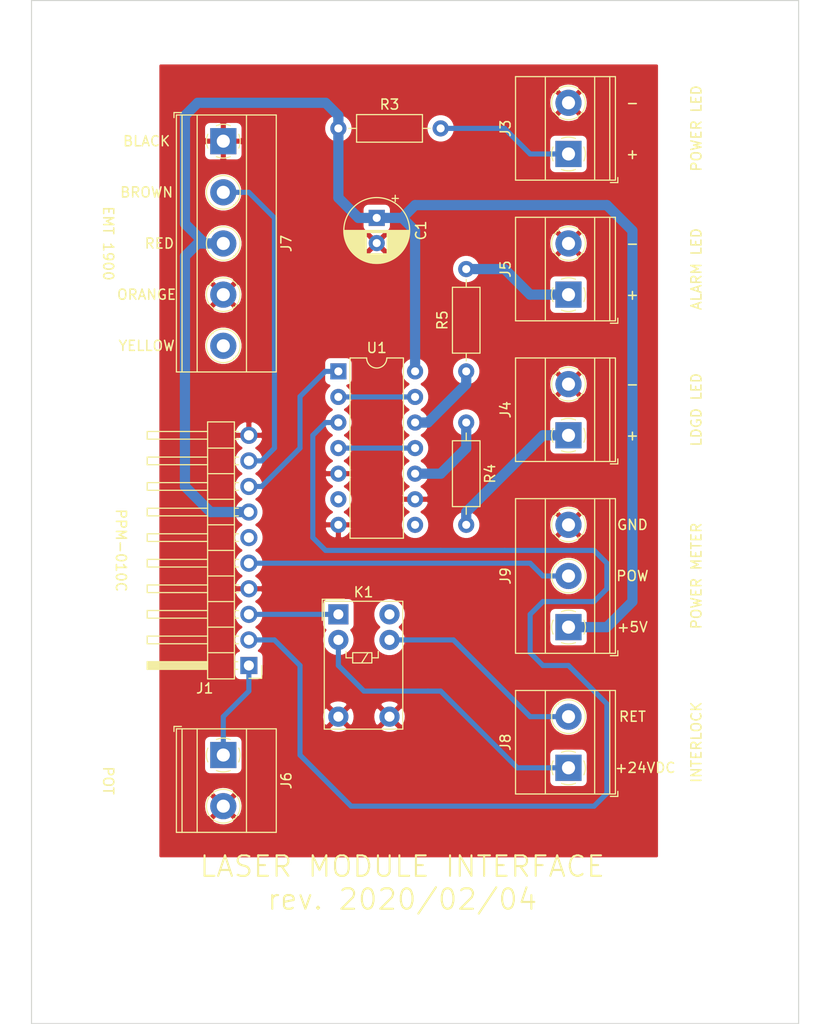
<source format=kicad_pcb>
(kicad_pcb (version 20171130) (host pcbnew "(5.1.5)-3")

  (general
    (thickness 1.6)
    (drawings 29)
    (tracks 96)
    (zones 0)
    (modules 18)
    (nets 23)
  )

  (page A4)
  (layers
    (0 F.Cu signal)
    (31 B.Cu signal)
    (32 B.Adhes user)
    (33 F.Adhes user)
    (34 B.Paste user)
    (35 F.Paste user)
    (36 B.SilkS user)
    (37 F.SilkS user)
    (38 B.Mask user)
    (39 F.Mask user)
    (40 Dwgs.User user)
    (41 Cmts.User user)
    (42 Eco1.User user)
    (43 Eco2.User user)
    (44 Edge.Cuts user)
    (45 Margin user)
    (46 B.CrtYd user)
    (47 F.CrtYd user)
    (48 B.Fab user)
    (49 F.Fab user)
  )

  (setup
    (last_trace_width 1.016)
    (user_trace_width 0.254)
    (user_trace_width 0.508)
    (user_trace_width 1.016)
    (trace_clearance 0.2)
    (zone_clearance 0.508)
    (zone_45_only no)
    (trace_min 0.2)
    (via_size 0.8)
    (via_drill 0.4)
    (via_min_size 0.4)
    (via_min_drill 0.3)
    (uvia_size 0.3)
    (uvia_drill 0.1)
    (uvias_allowed no)
    (uvia_min_size 0.2)
    (uvia_min_drill 0.1)
    (edge_width 0.1)
    (segment_width 0.2)
    (pcb_text_width 0.3)
    (pcb_text_size 1.5 1.5)
    (mod_edge_width 0.15)
    (mod_text_size 1 1)
    (mod_text_width 0.15)
    (pad_size 3.200001 3.200001)
    (pad_drill 3.200001)
    (pad_to_mask_clearance 0)
    (aux_axis_origin 0 0)
    (visible_elements 7FFFFFFF)
    (pcbplotparams
      (layerselection 0x010fc_ffffffff)
      (usegerberextensions false)
      (usegerberattributes false)
      (usegerberadvancedattributes false)
      (creategerberjobfile false)
      (excludeedgelayer true)
      (linewidth 0.100000)
      (plotframeref false)
      (viasonmask false)
      (mode 1)
      (useauxorigin false)
      (hpglpennumber 1)
      (hpglpenspeed 20)
      (hpglpendiameter 15.000000)
      (psnegative false)
      (psa4output false)
      (plotreference true)
      (plotvalue true)
      (plotinvisibletext false)
      (padsonsilk false)
      (subtractmaskfromsilk false)
      (outputformat 1)
      (mirror false)
      (drillshape 1)
      (scaleselection 1)
      (outputdirectory ""))
  )

  (net 0 "")
  (net 1 "Net-(C1-Pad1)")
  (net 2 "Net-(J1-Pad9)")
  (net 3 "Net-(J1-Pad8)")
  (net 4 "Net-(J1-Pad6)")
  (net 5 "Net-(J1-Pad5)")
  (net 6 "Net-(J1-Pad3)")
  (net 7 "Net-(J1-Pad2)")
  (net 8 "Net-(J1-Pad1)")
  (net 9 "Net-(J3-Pad1)")
  (net 10 "Net-(J4-Pad1)")
  (net 11 "Net-(J5-Pad1)")
  (net 12 "Net-(J7-Pad5)")
  (net 13 "Net-(J8-Pad2)")
  (net 14 "Net-(J8-Pad1)")
  (net 15 "Net-(K1-Pad10)")
  (net 16 GND)
  (net 17 "Net-(R4-Pad1)")
  (net 18 "Net-(R5-Pad1)")
  (net 19 "Net-(U1-Pad13)")
  (net 20 "Net-(U1-Pad11)")
  (net 21 "Net-(U1-Pad6)")
  (net 22 "Net-(U1-Pad8)")

  (net_class Default "This is the default net class."
    (clearance 0.2)
    (trace_width 0.25)
    (via_dia 0.8)
    (via_drill 0.4)
    (uvia_dia 0.3)
    (uvia_drill 0.1)
    (add_net GND)
    (add_net "Net-(C1-Pad1)")
    (add_net "Net-(J1-Pad1)")
    (add_net "Net-(J1-Pad2)")
    (add_net "Net-(J1-Pad3)")
    (add_net "Net-(J1-Pad5)")
    (add_net "Net-(J1-Pad6)")
    (add_net "Net-(J1-Pad8)")
    (add_net "Net-(J1-Pad9)")
    (add_net "Net-(J3-Pad1)")
    (add_net "Net-(J4-Pad1)")
    (add_net "Net-(J5-Pad1)")
    (add_net "Net-(J7-Pad5)")
    (add_net "Net-(J8-Pad1)")
    (add_net "Net-(J8-Pad2)")
    (add_net "Net-(K1-Pad10)")
    (add_net "Net-(R4-Pad1)")
    (add_net "Net-(R5-Pad1)")
    (add_net "Net-(U1-Pad11)")
    (add_net "Net-(U1-Pad13)")
    (add_net "Net-(U1-Pad6)")
    (add_net "Net-(U1-Pad8)")
  )

  (module Package_DIP:DIP-14_W7.62mm (layer F.Cu) (tedit 5A02E8C5) (tstamp 5E3B6789)
    (at 55.88 62.23)
    (descr "14-lead though-hole mounted DIP package, row spacing 7.62 mm (300 mils)")
    (tags "THT DIP DIL PDIP 2.54mm 7.62mm 300mil")
    (path /5E3D50F5)
    (fp_text reference U1 (at 3.81 -2.33) (layer F.SilkS)
      (effects (font (size 1 1) (thickness 0.15)))
    )
    (fp_text value 74AC14 (at 3.81 17.57) (layer F.Fab)
      (effects (font (size 1 1) (thickness 0.15)))
    )
    (fp_text user %R (at 3.81 7.62) (layer F.Fab)
      (effects (font (size 1 1) (thickness 0.15)))
    )
    (fp_line (start 8.7 -1.55) (end -1.1 -1.55) (layer F.CrtYd) (width 0.05))
    (fp_line (start 8.7 16.8) (end 8.7 -1.55) (layer F.CrtYd) (width 0.05))
    (fp_line (start -1.1 16.8) (end 8.7 16.8) (layer F.CrtYd) (width 0.05))
    (fp_line (start -1.1 -1.55) (end -1.1 16.8) (layer F.CrtYd) (width 0.05))
    (fp_line (start 6.46 -1.33) (end 4.81 -1.33) (layer F.SilkS) (width 0.12))
    (fp_line (start 6.46 16.57) (end 6.46 -1.33) (layer F.SilkS) (width 0.12))
    (fp_line (start 1.16 16.57) (end 6.46 16.57) (layer F.SilkS) (width 0.12))
    (fp_line (start 1.16 -1.33) (end 1.16 16.57) (layer F.SilkS) (width 0.12))
    (fp_line (start 2.81 -1.33) (end 1.16 -1.33) (layer F.SilkS) (width 0.12))
    (fp_line (start 0.635 -0.27) (end 1.635 -1.27) (layer F.Fab) (width 0.1))
    (fp_line (start 0.635 16.51) (end 0.635 -0.27) (layer F.Fab) (width 0.1))
    (fp_line (start 6.985 16.51) (end 0.635 16.51) (layer F.Fab) (width 0.1))
    (fp_line (start 6.985 -1.27) (end 6.985 16.51) (layer F.Fab) (width 0.1))
    (fp_line (start 1.635 -1.27) (end 6.985 -1.27) (layer F.Fab) (width 0.1))
    (fp_arc (start 3.81 -1.33) (end 2.81 -1.33) (angle -180) (layer F.SilkS) (width 0.12))
    (pad 14 thru_hole oval (at 7.62 0) (size 1.6 1.6) (drill 0.8) (layers *.Cu *.Mask)
      (net 1 "Net-(C1-Pad1)"))
    (pad 7 thru_hole oval (at 0 15.24) (size 1.6 1.6) (drill 0.8) (layers *.Cu *.Mask)
      (net 16 GND))
    (pad 13 thru_hole oval (at 7.62 2.54) (size 1.6 1.6) (drill 0.8) (layers *.Cu *.Mask)
      (net 19 "Net-(U1-Pad13)"))
    (pad 6 thru_hole oval (at 0 12.7) (size 1.6 1.6) (drill 0.8) (layers *.Cu *.Mask)
      (net 21 "Net-(U1-Pad6)"))
    (pad 12 thru_hole oval (at 7.62 5.08) (size 1.6 1.6) (drill 0.8) (layers *.Cu *.Mask)
      (net 18 "Net-(R5-Pad1)"))
    (pad 5 thru_hole oval (at 0 10.16) (size 1.6 1.6) (drill 0.8) (layers *.Cu *.Mask)
      (net 16 GND))
    (pad 11 thru_hole oval (at 7.62 7.62) (size 1.6 1.6) (drill 0.8) (layers *.Cu *.Mask)
      (net 20 "Net-(U1-Pad11)"))
    (pad 4 thru_hole oval (at 0 7.62) (size 1.6 1.6) (drill 0.8) (layers *.Cu *.Mask)
      (net 20 "Net-(U1-Pad11)"))
    (pad 10 thru_hole oval (at 7.62 10.16) (size 1.6 1.6) (drill 0.8) (layers *.Cu *.Mask)
      (net 17 "Net-(R4-Pad1)"))
    (pad 3 thru_hole oval (at 0 5.08) (size 1.6 1.6) (drill 0.8) (layers *.Cu *.Mask)
      (net 7 "Net-(J1-Pad2)"))
    (pad 9 thru_hole oval (at 7.62 12.7) (size 1.6 1.6) (drill 0.8) (layers *.Cu *.Mask)
      (net 16 GND))
    (pad 2 thru_hole oval (at 0 2.54) (size 1.6 1.6) (drill 0.8) (layers *.Cu *.Mask)
      (net 19 "Net-(U1-Pad13)"))
    (pad 8 thru_hole oval (at 7.62 15.24) (size 1.6 1.6) (drill 0.8) (layers *.Cu *.Mask)
      (net 22 "Net-(U1-Pad8)"))
    (pad 1 thru_hole rect (at 0 0) (size 1.6 1.6) (drill 0.8) (layers *.Cu *.Mask)
      (net 3 "Net-(J1-Pad8)"))
    (model ${KISYS3DMOD}/Package_DIP.3dshapes/DIP-14_W7.62mm.wrl
      (at (xyz 0 0 0))
      (scale (xyz 1 1 1))
      (rotate (xyz 0 0 0))
    )
  )

  (module MountingHole:MountingHole_3.2mm_M3 (layer F.Cu) (tedit 5E39F677) (tstamp 5E3A0D51)
    (at 95.25 31.75)
    (descr "Mounting Hole 3.2mm, no annular, M3")
    (tags "mounting hole 3.2mm no annular m3")
    (attr virtual)
    (fp_text reference "" (at 0 -4.2) (layer F.SilkS)
      (effects (font (size 1 1) (thickness 0.15)))
    )
    (fp_text value MountingHole_3.2mm_M3 (at 0 4.2) (layer F.Fab)
      (effects (font (size 1 1) (thickness 0.15)))
    )
    (fp_circle (center 0 0) (end 3.45 0) (layer F.CrtYd) (width 0.05))
    (fp_circle (center 0 0) (end 3.2 0) (layer Cmts.User) (width 0.15))
    (fp_text user %R (at 0.3 0) (layer F.Fab)
      (effects (font (size 1 1) (thickness 0.15)))
    )
    (pad "" np_thru_hole circle (at 0 0) (size 3.200001 3.200001) (drill 3.200001) (layers *.Cu *.Mask))
  )

  (module MountingHole:MountingHole_3.2mm_M3 (layer F.Cu) (tedit 56D1B4CB) (tstamp 5E3A0D6E)
    (at 31.75 31.75)
    (descr "Mounting Hole 3.2mm, no annular, M3")
    (tags "mounting hole 3.2mm no annular m3")
    (attr virtual)
    (fp_text reference "" (at 0 -4.2) (layer F.SilkS)
      (effects (font (size 1 1) (thickness 0.15)))
    )
    (fp_text value MountingHole_3.2mm_M3 (at 0 4.2) (layer F.Fab)
      (effects (font (size 1 1) (thickness 0.15)))
    )
    (fp_circle (center 0 0) (end 3.45 0) (layer F.CrtYd) (width 0.05))
    (fp_circle (center 0 0) (end 3.2 0) (layer Cmts.User) (width 0.15))
    (fp_text user %R (at 0.3 0) (layer F.Fab)
      (effects (font (size 1 1) (thickness 0.15)))
    )
    (pad 1 np_thru_hole circle (at 0 0) (size 3.2 3.2) (drill 3.2) (layers *.Cu *.Mask))
  )

  (module MountingHole:MountingHole_3.2mm_M3 (layer F.Cu) (tedit 56D1B4CB) (tstamp 5E3A0D8B)
    (at 31.75 120.65)
    (descr "Mounting Hole 3.2mm, no annular, M3")
    (tags "mounting hole 3.2mm no annular m3")
    (attr virtual)
    (fp_text reference "" (at 0 -4.2) (layer F.SilkS)
      (effects (font (size 1 1) (thickness 0.15)))
    )
    (fp_text value MountingHole_3.2mm_M3 (at 0 4.2) (layer F.Fab)
      (effects (font (size 1 1) (thickness 0.15)))
    )
    (fp_circle (center 0 0) (end 3.45 0) (layer F.CrtYd) (width 0.05))
    (fp_circle (center 0 0) (end 3.2 0) (layer Cmts.User) (width 0.15))
    (fp_text user %R (at 0.3 0) (layer F.Fab)
      (effects (font (size 1 1) (thickness 0.15)))
    )
    (pad 1 np_thru_hole circle (at 0 0) (size 3.2 3.2) (drill 3.2) (layers *.Cu *.Mask))
  )

  (module MountingHole:MountingHole_3.2mm_M3 (layer F.Cu) (tedit 56D1B4CB) (tstamp 5E3A0DA8)
    (at 95.25 120.65)
    (descr "Mounting Hole 3.2mm, no annular, M3")
    (tags "mounting hole 3.2mm no annular m3")
    (attr virtual)
    (fp_text reference "" (at 0 -4.2) (layer F.SilkS)
      (effects (font (size 1 1) (thickness 0.15)))
    )
    (fp_text value MountingHole_3.2mm_M3 (at 0 4.2) (layer F.Fab)
      (effects (font (size 1 1) (thickness 0.15)))
    )
    (fp_circle (center 0 0) (end 3.45 0) (layer F.CrtYd) (width 0.05))
    (fp_circle (center 0 0) (end 3.2 0) (layer Cmts.User) (width 0.15))
    (fp_text user %R (at 0.3 0) (layer F.Fab)
      (effects (font (size 1 1) (thickness 0.15)))
    )
    (pad 1 np_thru_hole circle (at 0 0) (size 3.2 3.2) (drill 3.2) (layers *.Cu *.Mask))
  )

  (module Resistor_THT:R_Axial_DIN0207_L6.3mm_D2.5mm_P10.16mm_Horizontal (layer F.Cu) (tedit 5AE5139B) (tstamp 5E39C5C2)
    (at 68.58 62.23 90)
    (descr "Resistor, Axial_DIN0207 series, Axial, Horizontal, pin pitch=10.16mm, 0.25W = 1/4W, length*diameter=6.3*2.5mm^2, http://cdn-reichelt.de/documents/datenblatt/B400/1_4W%23YAG.pdf")
    (tags "Resistor Axial_DIN0207 series Axial Horizontal pin pitch 10.16mm 0.25W = 1/4W length 6.3mm diameter 2.5mm")
    (path /5E328D91)
    (fp_text reference R5 (at 5.08 -2.37 90) (layer F.SilkS)
      (effects (font (size 1 1) (thickness 0.15)))
    )
    (fp_text value 330 (at 5.08 2.37 90) (layer F.Fab)
      (effects (font (size 1 1) (thickness 0.15)))
    )
    (fp_text user %R (at 5.08 0 90) (layer F.Fab)
      (effects (font (size 1 1) (thickness 0.15)))
    )
    (fp_line (start 11.21 -1.5) (end -1.05 -1.5) (layer F.CrtYd) (width 0.05))
    (fp_line (start 11.21 1.5) (end 11.21 -1.5) (layer F.CrtYd) (width 0.05))
    (fp_line (start -1.05 1.5) (end 11.21 1.5) (layer F.CrtYd) (width 0.05))
    (fp_line (start -1.05 -1.5) (end -1.05 1.5) (layer F.CrtYd) (width 0.05))
    (fp_line (start 9.12 0) (end 8.35 0) (layer F.SilkS) (width 0.12))
    (fp_line (start 1.04 0) (end 1.81 0) (layer F.SilkS) (width 0.12))
    (fp_line (start 8.35 -1.37) (end 1.81 -1.37) (layer F.SilkS) (width 0.12))
    (fp_line (start 8.35 1.37) (end 8.35 -1.37) (layer F.SilkS) (width 0.12))
    (fp_line (start 1.81 1.37) (end 8.35 1.37) (layer F.SilkS) (width 0.12))
    (fp_line (start 1.81 -1.37) (end 1.81 1.37) (layer F.SilkS) (width 0.12))
    (fp_line (start 10.16 0) (end 8.23 0) (layer F.Fab) (width 0.1))
    (fp_line (start 0 0) (end 1.93 0) (layer F.Fab) (width 0.1))
    (fp_line (start 8.23 -1.25) (end 1.93 -1.25) (layer F.Fab) (width 0.1))
    (fp_line (start 8.23 1.25) (end 8.23 -1.25) (layer F.Fab) (width 0.1))
    (fp_line (start 1.93 1.25) (end 8.23 1.25) (layer F.Fab) (width 0.1))
    (fp_line (start 1.93 -1.25) (end 1.93 1.25) (layer F.Fab) (width 0.1))
    (pad 2 thru_hole oval (at 10.16 0 90) (size 1.6 1.6) (drill 0.8) (layers *.Cu *.Mask)
      (net 11 "Net-(J5-Pad1)"))
    (pad 1 thru_hole circle (at 0 0 90) (size 1.6 1.6) (drill 0.8) (layers *.Cu *.Mask)
      (net 18 "Net-(R5-Pad1)"))
    (model ${KISYS3DMOD}/Resistor_THT.3dshapes/R_Axial_DIN0207_L6.3mm_D2.5mm_P10.16mm_Horizontal.wrl
      (at (xyz 0 0 0))
      (scale (xyz 1 1 1))
      (rotate (xyz 0 0 0))
    )
  )

  (module Resistor_THT:R_Axial_DIN0207_L6.3mm_D2.5mm_P10.16mm_Horizontal (layer F.Cu) (tedit 5AE5139B) (tstamp 5E39C5AB)
    (at 68.58 67.31 270)
    (descr "Resistor, Axial_DIN0207 series, Axial, Horizontal, pin pitch=10.16mm, 0.25W = 1/4W, length*diameter=6.3*2.5mm^2, http://cdn-reichelt.de/documents/datenblatt/B400/1_4W%23YAG.pdf")
    (tags "Resistor Axial_DIN0207 series Axial Horizontal pin pitch 10.16mm 0.25W = 1/4W length 6.3mm diameter 2.5mm")
    (path /5E323F42)
    (fp_text reference R4 (at 5.08 -2.37 90) (layer F.SilkS)
      (effects (font (size 1 1) (thickness 0.15)))
    )
    (fp_text value 270 (at 5.08 2.37 90) (layer F.Fab)
      (effects (font (size 1 1) (thickness 0.15)))
    )
    (fp_text user %R (at 5.08 0 90) (layer F.Fab)
      (effects (font (size 1 1) (thickness 0.15)))
    )
    (fp_line (start 11.21 -1.5) (end -1.05 -1.5) (layer F.CrtYd) (width 0.05))
    (fp_line (start 11.21 1.5) (end 11.21 -1.5) (layer F.CrtYd) (width 0.05))
    (fp_line (start -1.05 1.5) (end 11.21 1.5) (layer F.CrtYd) (width 0.05))
    (fp_line (start -1.05 -1.5) (end -1.05 1.5) (layer F.CrtYd) (width 0.05))
    (fp_line (start 9.12 0) (end 8.35 0) (layer F.SilkS) (width 0.12))
    (fp_line (start 1.04 0) (end 1.81 0) (layer F.SilkS) (width 0.12))
    (fp_line (start 8.35 -1.37) (end 1.81 -1.37) (layer F.SilkS) (width 0.12))
    (fp_line (start 8.35 1.37) (end 8.35 -1.37) (layer F.SilkS) (width 0.12))
    (fp_line (start 1.81 1.37) (end 8.35 1.37) (layer F.SilkS) (width 0.12))
    (fp_line (start 1.81 -1.37) (end 1.81 1.37) (layer F.SilkS) (width 0.12))
    (fp_line (start 10.16 0) (end 8.23 0) (layer F.Fab) (width 0.1))
    (fp_line (start 0 0) (end 1.93 0) (layer F.Fab) (width 0.1))
    (fp_line (start 8.23 -1.25) (end 1.93 -1.25) (layer F.Fab) (width 0.1))
    (fp_line (start 8.23 1.25) (end 8.23 -1.25) (layer F.Fab) (width 0.1))
    (fp_line (start 1.93 1.25) (end 8.23 1.25) (layer F.Fab) (width 0.1))
    (fp_line (start 1.93 -1.25) (end 1.93 1.25) (layer F.Fab) (width 0.1))
    (pad 2 thru_hole oval (at 10.16 0 270) (size 1.6 1.6) (drill 0.8) (layers *.Cu *.Mask)
      (net 10 "Net-(J4-Pad1)"))
    (pad 1 thru_hole circle (at 0 0 270) (size 1.6 1.6) (drill 0.8) (layers *.Cu *.Mask)
      (net 17 "Net-(R4-Pad1)"))
    (model ${KISYS3DMOD}/Resistor_THT.3dshapes/R_Axial_DIN0207_L6.3mm_D2.5mm_P10.16mm_Horizontal.wrl
      (at (xyz 0 0 0))
      (scale (xyz 1 1 1))
      (rotate (xyz 0 0 0))
    )
  )

  (module Resistor_THT:R_Axial_DIN0207_L6.3mm_D2.5mm_P10.16mm_Horizontal (layer F.Cu) (tedit 5AE5139B) (tstamp 5E39C594)
    (at 55.88 38.1)
    (descr "Resistor, Axial_DIN0207 series, Axial, Horizontal, pin pitch=10.16mm, 0.25W = 1/4W, length*diameter=6.3*2.5mm^2, http://cdn-reichelt.de/documents/datenblatt/B400/1_4W%23YAG.pdf")
    (tags "Resistor Axial_DIN0207 series Axial Horizontal pin pitch 10.16mm 0.25W = 1/4W length 6.3mm diameter 2.5mm")
    (path /5E364E05)
    (fp_text reference R3 (at 5.08 -2.37) (layer F.SilkS)
      (effects (font (size 1 1) (thickness 0.15)))
    )
    (fp_text value 270 (at 5.08 2.37) (layer F.Fab)
      (effects (font (size 1 1) (thickness 0.15)))
    )
    (fp_text user %R (at 5.08 0) (layer F.Fab)
      (effects (font (size 1 1) (thickness 0.15)))
    )
    (fp_line (start 11.21 -1.5) (end -1.05 -1.5) (layer F.CrtYd) (width 0.05))
    (fp_line (start 11.21 1.5) (end 11.21 -1.5) (layer F.CrtYd) (width 0.05))
    (fp_line (start -1.05 1.5) (end 11.21 1.5) (layer F.CrtYd) (width 0.05))
    (fp_line (start -1.05 -1.5) (end -1.05 1.5) (layer F.CrtYd) (width 0.05))
    (fp_line (start 9.12 0) (end 8.35 0) (layer F.SilkS) (width 0.12))
    (fp_line (start 1.04 0) (end 1.81 0) (layer F.SilkS) (width 0.12))
    (fp_line (start 8.35 -1.37) (end 1.81 -1.37) (layer F.SilkS) (width 0.12))
    (fp_line (start 8.35 1.37) (end 8.35 -1.37) (layer F.SilkS) (width 0.12))
    (fp_line (start 1.81 1.37) (end 8.35 1.37) (layer F.SilkS) (width 0.12))
    (fp_line (start 1.81 -1.37) (end 1.81 1.37) (layer F.SilkS) (width 0.12))
    (fp_line (start 10.16 0) (end 8.23 0) (layer F.Fab) (width 0.1))
    (fp_line (start 0 0) (end 1.93 0) (layer F.Fab) (width 0.1))
    (fp_line (start 8.23 -1.25) (end 1.93 -1.25) (layer F.Fab) (width 0.1))
    (fp_line (start 8.23 1.25) (end 8.23 -1.25) (layer F.Fab) (width 0.1))
    (fp_line (start 1.93 1.25) (end 8.23 1.25) (layer F.Fab) (width 0.1))
    (fp_line (start 1.93 -1.25) (end 1.93 1.25) (layer F.Fab) (width 0.1))
    (pad 2 thru_hole oval (at 10.16 0) (size 1.6 1.6) (drill 0.8) (layers *.Cu *.Mask)
      (net 9 "Net-(J3-Pad1)"))
    (pad 1 thru_hole circle (at 0 0) (size 1.6 1.6) (drill 0.8) (layers *.Cu *.Mask)
      (net 1 "Net-(C1-Pad1)"))
    (model ${KISYS3DMOD}/Resistor_THT.3dshapes/R_Axial_DIN0207_L6.3mm_D2.5mm_P10.16mm_Horizontal.wrl
      (at (xyz 0 0 0))
      (scale (xyz 1 1 1))
      (rotate (xyz 0 0 0))
    )
  )

  (module Relay_THT:Relay_SPDT_Omron_G5V-1 (layer F.Cu) (tedit 5A57D9C3) (tstamp 5E39F456)
    (at 55.88 86.36)
    (descr "Relay Omron G5V-1, see http://omronfs.omron.com/en_US/ecb/products/pdf/en-g5v_1.pdf")
    (tags "Relay Omron G5V-1")
    (path /5E369284)
    (fp_text reference K1 (at 2.5 -2.2) (layer F.SilkS)
      (effects (font (size 1 1) (thickness 0.15)))
    )
    (fp_text value G5V-1 (at 2.5 12.5) (layer F.Fab)
      (effects (font (size 1 1) (thickness 0.15)))
    )
    (fp_line (start 6.45 11.45) (end -1.45 11.45) (layer F.CrtYd) (width 0.05))
    (fp_line (start 6.45 11.45) (end 6.45 -1.35) (layer F.CrtYd) (width 0.05))
    (fp_line (start -1.45 -1.35) (end -1.45 11.45) (layer F.CrtYd) (width 0.05))
    (fp_line (start -1.45 -1.35) (end 6.45 -1.35) (layer F.CrtYd) (width 0.05))
    (fp_line (start 3.327 3.81) (end 3.327 4.826) (layer F.SilkS) (width 0.12))
    (fp_line (start 1.422 4.826) (end 3.327 4.826) (layer F.SilkS) (width 0.12))
    (fp_line (start 1.422 3.81) (end 1.422 4.826) (layer F.SilkS) (width 0.12))
    (fp_line (start 3.327 3.81) (end 1.422 3.81) (layer F.SilkS) (width 0.12))
    (fp_line (start 3.962 4.318) (end 3.327 4.318) (layer F.SilkS) (width 0.12))
    (fp_line (start 3.962 3.683) (end 3.962 4.318) (layer F.SilkS) (width 0.12))
    (fp_line (start 0.762 4.318) (end 1.422 4.318) (layer F.SilkS) (width 0.12))
    (fp_line (start 0.762 3.683) (end 0.762 4.318) (layer F.SilkS) (width 0.12))
    (fp_line (start 2.946 3.81) (end 2.311 4.826) (layer F.SilkS) (width 0.12))
    (fp_line (start -0.1 -1.1) (end 6.2 -1.1) (layer F.Fab) (width 0.12))
    (fp_line (start 6.2 -1.1) (end 6.2 11.2) (layer F.Fab) (width 0.12))
    (fp_line (start 6.2 11.2) (end -1.2 11.2) (layer F.Fab) (width 0.12))
    (fp_line (start -1.2 11.2) (end -1.2 -0.1) (layer F.Fab) (width 0.12))
    (fp_line (start -1.2 -0.1) (end -0.1 -1.1) (layer F.Fab) (width 0.12))
    (fp_line (start -1.4 -1.3) (end 6.4 -1.3) (layer F.SilkS) (width 0.12))
    (fp_line (start 6.4 -1.3) (end 6.4 11.4) (layer F.SilkS) (width 0.12))
    (fp_line (start 6.4 11.4) (end -1.4 11.4) (layer F.SilkS) (width 0.12))
    (fp_line (start -1.4 11.4) (end -1.4 -1.3) (layer F.SilkS) (width 0.12))
    (fp_line (start -1.6 0.6) (end -1.6 -1.5) (layer F.SilkS) (width 0.12))
    (fp_line (start -1.6 -1.5) (end 0.6 -1.5) (layer F.SilkS) (width 0.12))
    (fp_text user %R (at 2.54 6.35) (layer F.Fab)
      (effects (font (size 1 1) (thickness 0.15)))
    )
    (pad 5 thru_hole circle (at 0 10.16) (size 2 2) (drill 1) (layers *.Cu *.Mask)
      (net 16 GND))
    (pad 6 thru_hole circle (at 5.08 10.16) (size 2 2) (drill 1) (layers *.Cu *.Mask)
      (net 16 GND))
    (pad 2 thru_hole circle (at 0 2.54) (size 2 2) (drill 1) (layers *.Cu *.Mask)
      (net 14 "Net-(J8-Pad1)"))
    (pad 1 thru_hole rect (at 0 0) (size 2 2) (drill 1) (layers *.Cu *.Mask)
      (net 6 "Net-(J1-Pad3)"))
    (pad 9 thru_hole circle (at 5.08 2.54) (size 2 2) (drill 1) (layers *.Cu *.Mask)
      (net 13 "Net-(J8-Pad2)"))
    (pad 10 thru_hole circle (at 5.08 0) (size 2 2) (drill 1) (layers *.Cu *.Mask)
      (net 15 "Net-(K1-Pad10)"))
    (model ${KISYS3DMOD}/Relay_THT.3dshapes/Relay_SPDT_Omron_G5V-1.wrl
      (at (xyz 0 0 0))
      (scale (xyz 1 1 1))
      (rotate (xyz 0 0 0))
    )
  )

  (module TerminalBlock_Phoenix:TerminalBlock_Phoenix_MKDS-1,5-3-5.08_1x03_P5.08mm_Horizontal (layer F.Cu) (tedit 5B294EBC) (tstamp 5E39C55A)
    (at 78.74 87.63 90)
    (descr "Terminal Block Phoenix MKDS-1,5-3-5.08, 3 pins, pitch 5.08mm, size 15.2x9.8mm^2, drill diamater 1.3mm, pad diameter 2.6mm, see http://www.farnell.com/datasheets/100425.pdf, script-generated using https://github.com/pointhi/kicad-footprint-generator/scripts/TerminalBlock_Phoenix")
    (tags "THT Terminal Block Phoenix MKDS-1,5-3-5.08 pitch 5.08mm size 15.2x9.8mm^2 drill 1.3mm pad 2.6mm")
    (path /5E3B5149)
    (fp_text reference J9 (at 5.08 -6.26 90) (layer F.SilkS)
      (effects (font (size 1 1) (thickness 0.15)))
    )
    (fp_text value Conn_01x03 (at 5.08 5.66 90) (layer F.Fab)
      (effects (font (size 1 1) (thickness 0.15)))
    )
    (fp_text user %R (at 5.08 3.2 90) (layer F.Fab)
      (effects (font (size 1 1) (thickness 0.15)))
    )
    (fp_line (start 13.21 -5.71) (end -3.04 -5.71) (layer F.CrtYd) (width 0.05))
    (fp_line (start 13.21 5.1) (end 13.21 -5.71) (layer F.CrtYd) (width 0.05))
    (fp_line (start -3.04 5.1) (end 13.21 5.1) (layer F.CrtYd) (width 0.05))
    (fp_line (start -3.04 -5.71) (end -3.04 5.1) (layer F.CrtYd) (width 0.05))
    (fp_line (start -2.84 4.9) (end -2.34 4.9) (layer F.SilkS) (width 0.12))
    (fp_line (start -2.84 4.16) (end -2.84 4.9) (layer F.SilkS) (width 0.12))
    (fp_line (start 8.933 1.023) (end 8.886 1.069) (layer F.SilkS) (width 0.12))
    (fp_line (start 11.23 -1.275) (end 11.195 -1.239) (layer F.SilkS) (width 0.12))
    (fp_line (start 9.126 1.239) (end 9.091 1.274) (layer F.SilkS) (width 0.12))
    (fp_line (start 11.435 -1.069) (end 11.388 -1.023) (layer F.SilkS) (width 0.12))
    (fp_line (start 11.115 -1.138) (end 9.023 0.955) (layer F.Fab) (width 0.1))
    (fp_line (start 11.298 -0.955) (end 9.206 1.138) (layer F.Fab) (width 0.1))
    (fp_line (start 3.853 1.023) (end 3.806 1.069) (layer F.SilkS) (width 0.12))
    (fp_line (start 6.15 -1.275) (end 6.115 -1.239) (layer F.SilkS) (width 0.12))
    (fp_line (start 4.046 1.239) (end 4.011 1.274) (layer F.SilkS) (width 0.12))
    (fp_line (start 6.355 -1.069) (end 6.308 -1.023) (layer F.SilkS) (width 0.12))
    (fp_line (start 6.035 -1.138) (end 3.943 0.955) (layer F.Fab) (width 0.1))
    (fp_line (start 6.218 -0.955) (end 4.126 1.138) (layer F.Fab) (width 0.1))
    (fp_line (start 0.955 -1.138) (end -1.138 0.955) (layer F.Fab) (width 0.1))
    (fp_line (start 1.138 -0.955) (end -0.955 1.138) (layer F.Fab) (width 0.1))
    (fp_line (start 12.76 -5.261) (end 12.76 4.66) (layer F.SilkS) (width 0.12))
    (fp_line (start -2.6 -5.261) (end -2.6 4.66) (layer F.SilkS) (width 0.12))
    (fp_line (start -2.6 4.66) (end 12.76 4.66) (layer F.SilkS) (width 0.12))
    (fp_line (start -2.6 -5.261) (end 12.76 -5.261) (layer F.SilkS) (width 0.12))
    (fp_line (start -2.6 -2.301) (end 12.76 -2.301) (layer F.SilkS) (width 0.12))
    (fp_line (start -2.54 -2.3) (end 12.7 -2.3) (layer F.Fab) (width 0.1))
    (fp_line (start -2.6 2.6) (end 12.76 2.6) (layer F.SilkS) (width 0.12))
    (fp_line (start -2.54 2.6) (end 12.7 2.6) (layer F.Fab) (width 0.1))
    (fp_line (start -2.6 4.1) (end 12.76 4.1) (layer F.SilkS) (width 0.12))
    (fp_line (start -2.54 4.1) (end 12.7 4.1) (layer F.Fab) (width 0.1))
    (fp_line (start -2.54 4.1) (end -2.54 -5.2) (layer F.Fab) (width 0.1))
    (fp_line (start -2.04 4.6) (end -2.54 4.1) (layer F.Fab) (width 0.1))
    (fp_line (start 12.7 4.6) (end -2.04 4.6) (layer F.Fab) (width 0.1))
    (fp_line (start 12.7 -5.2) (end 12.7 4.6) (layer F.Fab) (width 0.1))
    (fp_line (start -2.54 -5.2) (end 12.7 -5.2) (layer F.Fab) (width 0.1))
    (fp_circle (center 10.16 0) (end 11.84 0) (layer F.SilkS) (width 0.12))
    (fp_circle (center 10.16 0) (end 11.66 0) (layer F.Fab) (width 0.1))
    (fp_circle (center 5.08 0) (end 6.76 0) (layer F.SilkS) (width 0.12))
    (fp_circle (center 5.08 0) (end 6.58 0) (layer F.Fab) (width 0.1))
    (fp_circle (center 0 0) (end 1.5 0) (layer F.Fab) (width 0.1))
    (fp_arc (start 0 0) (end -0.684 1.535) (angle -25) (layer F.SilkS) (width 0.12))
    (fp_arc (start 0 0) (end -1.535 -0.684) (angle -48) (layer F.SilkS) (width 0.12))
    (fp_arc (start 0 0) (end 0.684 -1.535) (angle -48) (layer F.SilkS) (width 0.12))
    (fp_arc (start 0 0) (end 1.535 0.684) (angle -48) (layer F.SilkS) (width 0.12))
    (fp_arc (start 0 0) (end 0 1.68) (angle -24) (layer F.SilkS) (width 0.12))
    (pad 3 thru_hole circle (at 10.16 0 90) (size 2.6 2.6) (drill 1.3) (layers *.Cu *.Mask)
      (net 16 GND))
    (pad 2 thru_hole circle (at 5.08 0 90) (size 2.6 2.6) (drill 1.3) (layers *.Cu *.Mask)
      (net 5 "Net-(J1-Pad5)"))
    (pad 1 thru_hole rect (at 0 0 90) (size 2.6 2.6) (drill 1.3) (layers *.Cu *.Mask)
      (net 1 "Net-(C1-Pad1)"))
    (model ${KISYS3DMOD}/TerminalBlock_Phoenix.3dshapes/TerminalBlock_Phoenix_MKDS-1,5-3-5.08_1x03_P5.08mm_Horizontal.wrl
      (at (xyz 0 0 0))
      (scale (xyz 1 1 1))
      (rotate (xyz 0 0 0))
    )
  )

  (module TerminalBlock_Phoenix:TerminalBlock_Phoenix_MKDS-1,5-2-5.08_1x02_P5.08mm_Horizontal (layer F.Cu) (tedit 5B294EBC) (tstamp 5E39C525)
    (at 78.74 101.6 90)
    (descr "Terminal Block Phoenix MKDS-1,5-2-5.08, 2 pins, pitch 5.08mm, size 10.2x9.8mm^2, drill diamater 1.3mm, pad diameter 2.6mm, see http://www.farnell.com/datasheets/100425.pdf, script-generated using https://github.com/pointhi/kicad-footprint-generator/scripts/TerminalBlock_Phoenix")
    (tags "THT Terminal Block Phoenix MKDS-1,5-2-5.08 pitch 5.08mm size 10.2x9.8mm^2 drill 1.3mm pad 2.6mm")
    (path /5E386BBB)
    (fp_text reference J8 (at 2.54 -6.26 90) (layer F.SilkS)
      (effects (font (size 1 1) (thickness 0.15)))
    )
    (fp_text value INTERLOCK (at 2.54 5.66 90) (layer F.Fab)
      (effects (font (size 1 1) (thickness 0.15)))
    )
    (fp_text user %R (at 2.54 3.2 90) (layer F.Fab)
      (effects (font (size 1 1) (thickness 0.15)))
    )
    (fp_line (start 8.13 -5.71) (end -3.04 -5.71) (layer F.CrtYd) (width 0.05))
    (fp_line (start 8.13 5.1) (end 8.13 -5.71) (layer F.CrtYd) (width 0.05))
    (fp_line (start -3.04 5.1) (end 8.13 5.1) (layer F.CrtYd) (width 0.05))
    (fp_line (start -3.04 -5.71) (end -3.04 5.1) (layer F.CrtYd) (width 0.05))
    (fp_line (start -2.84 4.9) (end -2.34 4.9) (layer F.SilkS) (width 0.12))
    (fp_line (start -2.84 4.16) (end -2.84 4.9) (layer F.SilkS) (width 0.12))
    (fp_line (start 3.853 1.023) (end 3.806 1.069) (layer F.SilkS) (width 0.12))
    (fp_line (start 6.15 -1.275) (end 6.115 -1.239) (layer F.SilkS) (width 0.12))
    (fp_line (start 4.046 1.239) (end 4.011 1.274) (layer F.SilkS) (width 0.12))
    (fp_line (start 6.355 -1.069) (end 6.308 -1.023) (layer F.SilkS) (width 0.12))
    (fp_line (start 6.035 -1.138) (end 3.943 0.955) (layer F.Fab) (width 0.1))
    (fp_line (start 6.218 -0.955) (end 4.126 1.138) (layer F.Fab) (width 0.1))
    (fp_line (start 0.955 -1.138) (end -1.138 0.955) (layer F.Fab) (width 0.1))
    (fp_line (start 1.138 -0.955) (end -0.955 1.138) (layer F.Fab) (width 0.1))
    (fp_line (start 7.68 -5.261) (end 7.68 4.66) (layer F.SilkS) (width 0.12))
    (fp_line (start -2.6 -5.261) (end -2.6 4.66) (layer F.SilkS) (width 0.12))
    (fp_line (start -2.6 4.66) (end 7.68 4.66) (layer F.SilkS) (width 0.12))
    (fp_line (start -2.6 -5.261) (end 7.68 -5.261) (layer F.SilkS) (width 0.12))
    (fp_line (start -2.6 -2.301) (end 7.68 -2.301) (layer F.SilkS) (width 0.12))
    (fp_line (start -2.54 -2.3) (end 7.62 -2.3) (layer F.Fab) (width 0.1))
    (fp_line (start -2.6 2.6) (end 7.68 2.6) (layer F.SilkS) (width 0.12))
    (fp_line (start -2.54 2.6) (end 7.62 2.6) (layer F.Fab) (width 0.1))
    (fp_line (start -2.6 4.1) (end 7.68 4.1) (layer F.SilkS) (width 0.12))
    (fp_line (start -2.54 4.1) (end 7.62 4.1) (layer F.Fab) (width 0.1))
    (fp_line (start -2.54 4.1) (end -2.54 -5.2) (layer F.Fab) (width 0.1))
    (fp_line (start -2.04 4.6) (end -2.54 4.1) (layer F.Fab) (width 0.1))
    (fp_line (start 7.62 4.6) (end -2.04 4.6) (layer F.Fab) (width 0.1))
    (fp_line (start 7.62 -5.2) (end 7.62 4.6) (layer F.Fab) (width 0.1))
    (fp_line (start -2.54 -5.2) (end 7.62 -5.2) (layer F.Fab) (width 0.1))
    (fp_circle (center 5.08 0) (end 6.76 0) (layer F.SilkS) (width 0.12))
    (fp_circle (center 5.08 0) (end 6.58 0) (layer F.Fab) (width 0.1))
    (fp_circle (center 0 0) (end 1.5 0) (layer F.Fab) (width 0.1))
    (fp_arc (start 0 0) (end -0.684 1.535) (angle -25) (layer F.SilkS) (width 0.12))
    (fp_arc (start 0 0) (end -1.535 -0.684) (angle -48) (layer F.SilkS) (width 0.12))
    (fp_arc (start 0 0) (end 0.684 -1.535) (angle -48) (layer F.SilkS) (width 0.12))
    (fp_arc (start 0 0) (end 1.535 0.684) (angle -48) (layer F.SilkS) (width 0.12))
    (fp_arc (start 0 0) (end 0 1.68) (angle -24) (layer F.SilkS) (width 0.12))
    (pad 2 thru_hole circle (at 5.08 0 90) (size 2.6 2.6) (drill 1.3) (layers *.Cu *.Mask)
      (net 13 "Net-(J8-Pad2)"))
    (pad 1 thru_hole rect (at 0 0 90) (size 2.6 2.6) (drill 1.3) (layers *.Cu *.Mask)
      (net 14 "Net-(J8-Pad1)"))
    (model ${KISYS3DMOD}/TerminalBlock_Phoenix.3dshapes/TerminalBlock_Phoenix_MKDS-1,5-2-5.08_1x02_P5.08mm_Horizontal.wrl
      (at (xyz 0 0 0))
      (scale (xyz 1 1 1))
      (rotate (xyz 0 0 0))
    )
  )

  (module TerminalBlock_Phoenix:TerminalBlock_Phoenix_MKDS-1,5-5-5.08_1x05_P5.08mm_Horizontal (layer F.Cu) (tedit 5B294EBD) (tstamp 5E39C4F9)
    (at 44.45 39.37 270)
    (descr "Terminal Block Phoenix MKDS-1,5-5-5.08, 5 pins, pitch 5.08mm, size 25.4x9.8mm^2, drill diamater 1.3mm, pad diameter 2.6mm, see http://www.farnell.com/datasheets/100425.pdf, script-generated using https://github.com/pointhi/kicad-footprint-generator/scripts/TerminalBlock_Phoenix")
    (tags "THT Terminal Block Phoenix MKDS-1,5-5-5.08 pitch 5.08mm size 25.4x9.8mm^2 drill 1.3mm pad 2.6mm")
    (path /5E37DB18)
    (fp_text reference J7 (at 10.16 -6.26 90) (layer F.SilkS)
      (effects (font (size 1 1) (thickness 0.15)))
    )
    (fp_text value EMT-1900-2 (at 10.16 5.66 90) (layer F.Fab)
      (effects (font (size 1 1) (thickness 0.15)))
    )
    (fp_text user %R (at 10.16 3.2 90) (layer F.Fab)
      (effects (font (size 1 1) (thickness 0.15)))
    )
    (fp_line (start 23.36 -5.71) (end -3.04 -5.71) (layer F.CrtYd) (width 0.05))
    (fp_line (start 23.36 5.1) (end 23.36 -5.71) (layer F.CrtYd) (width 0.05))
    (fp_line (start -3.04 5.1) (end 23.36 5.1) (layer F.CrtYd) (width 0.05))
    (fp_line (start -3.04 -5.71) (end -3.04 5.1) (layer F.CrtYd) (width 0.05))
    (fp_line (start -2.84 4.9) (end -2.34 4.9) (layer F.SilkS) (width 0.12))
    (fp_line (start -2.84 4.16) (end -2.84 4.9) (layer F.SilkS) (width 0.12))
    (fp_line (start 19.093 1.023) (end 19.046 1.069) (layer F.SilkS) (width 0.12))
    (fp_line (start 21.39 -1.275) (end 21.355 -1.239) (layer F.SilkS) (width 0.12))
    (fp_line (start 19.286 1.239) (end 19.251 1.274) (layer F.SilkS) (width 0.12))
    (fp_line (start 21.595 -1.069) (end 21.548 -1.023) (layer F.SilkS) (width 0.12))
    (fp_line (start 21.275 -1.138) (end 19.183 0.955) (layer F.Fab) (width 0.1))
    (fp_line (start 21.458 -0.955) (end 19.366 1.138) (layer F.Fab) (width 0.1))
    (fp_line (start 14.013 1.023) (end 13.966 1.069) (layer F.SilkS) (width 0.12))
    (fp_line (start 16.31 -1.275) (end 16.275 -1.239) (layer F.SilkS) (width 0.12))
    (fp_line (start 14.206 1.239) (end 14.171 1.274) (layer F.SilkS) (width 0.12))
    (fp_line (start 16.515 -1.069) (end 16.468 -1.023) (layer F.SilkS) (width 0.12))
    (fp_line (start 16.195 -1.138) (end 14.103 0.955) (layer F.Fab) (width 0.1))
    (fp_line (start 16.378 -0.955) (end 14.286 1.138) (layer F.Fab) (width 0.1))
    (fp_line (start 8.933 1.023) (end 8.886 1.069) (layer F.SilkS) (width 0.12))
    (fp_line (start 11.23 -1.275) (end 11.195 -1.239) (layer F.SilkS) (width 0.12))
    (fp_line (start 9.126 1.239) (end 9.091 1.274) (layer F.SilkS) (width 0.12))
    (fp_line (start 11.435 -1.069) (end 11.388 -1.023) (layer F.SilkS) (width 0.12))
    (fp_line (start 11.115 -1.138) (end 9.023 0.955) (layer F.Fab) (width 0.1))
    (fp_line (start 11.298 -0.955) (end 9.206 1.138) (layer F.Fab) (width 0.1))
    (fp_line (start 3.853 1.023) (end 3.806 1.069) (layer F.SilkS) (width 0.12))
    (fp_line (start 6.15 -1.275) (end 6.115 -1.239) (layer F.SilkS) (width 0.12))
    (fp_line (start 4.046 1.239) (end 4.011 1.274) (layer F.SilkS) (width 0.12))
    (fp_line (start 6.355 -1.069) (end 6.308 -1.023) (layer F.SilkS) (width 0.12))
    (fp_line (start 6.035 -1.138) (end 3.943 0.955) (layer F.Fab) (width 0.1))
    (fp_line (start 6.218 -0.955) (end 4.126 1.138) (layer F.Fab) (width 0.1))
    (fp_line (start 0.955 -1.138) (end -1.138 0.955) (layer F.Fab) (width 0.1))
    (fp_line (start 1.138 -0.955) (end -0.955 1.138) (layer F.Fab) (width 0.1))
    (fp_line (start 22.92 -5.261) (end 22.92 4.66) (layer F.SilkS) (width 0.12))
    (fp_line (start -2.6 -5.261) (end -2.6 4.66) (layer F.SilkS) (width 0.12))
    (fp_line (start -2.6 4.66) (end 22.92 4.66) (layer F.SilkS) (width 0.12))
    (fp_line (start -2.6 -5.261) (end 22.92 -5.261) (layer F.SilkS) (width 0.12))
    (fp_line (start -2.6 -2.301) (end 22.92 -2.301) (layer F.SilkS) (width 0.12))
    (fp_line (start -2.54 -2.3) (end 22.86 -2.3) (layer F.Fab) (width 0.1))
    (fp_line (start -2.6 2.6) (end 22.92 2.6) (layer F.SilkS) (width 0.12))
    (fp_line (start -2.54 2.6) (end 22.86 2.6) (layer F.Fab) (width 0.1))
    (fp_line (start -2.6 4.1) (end 22.92 4.1) (layer F.SilkS) (width 0.12))
    (fp_line (start -2.54 4.1) (end 22.86 4.1) (layer F.Fab) (width 0.1))
    (fp_line (start -2.54 4.1) (end -2.54 -5.2) (layer F.Fab) (width 0.1))
    (fp_line (start -2.04 4.6) (end -2.54 4.1) (layer F.Fab) (width 0.1))
    (fp_line (start 22.86 4.6) (end -2.04 4.6) (layer F.Fab) (width 0.1))
    (fp_line (start 22.86 -5.2) (end 22.86 4.6) (layer F.Fab) (width 0.1))
    (fp_line (start -2.54 -5.2) (end 22.86 -5.2) (layer F.Fab) (width 0.1))
    (fp_circle (center 20.32 0) (end 22 0) (layer F.SilkS) (width 0.12))
    (fp_circle (center 20.32 0) (end 21.82 0) (layer F.Fab) (width 0.1))
    (fp_circle (center 15.24 0) (end 16.92 0) (layer F.SilkS) (width 0.12))
    (fp_circle (center 15.24 0) (end 16.74 0) (layer F.Fab) (width 0.1))
    (fp_circle (center 10.16 0) (end 11.84 0) (layer F.SilkS) (width 0.12))
    (fp_circle (center 10.16 0) (end 11.66 0) (layer F.Fab) (width 0.1))
    (fp_circle (center 5.08 0) (end 6.76 0) (layer F.SilkS) (width 0.12))
    (fp_circle (center 5.08 0) (end 6.58 0) (layer F.Fab) (width 0.1))
    (fp_circle (center 0 0) (end 1.5 0) (layer F.Fab) (width 0.1))
    (fp_arc (start 0 0) (end -0.684 1.535) (angle -25) (layer F.SilkS) (width 0.12))
    (fp_arc (start 0 0) (end -1.535 -0.684) (angle -48) (layer F.SilkS) (width 0.12))
    (fp_arc (start 0 0) (end 0.684 -1.535) (angle -48) (layer F.SilkS) (width 0.12))
    (fp_arc (start 0 0) (end 1.535 0.684) (angle -48) (layer F.SilkS) (width 0.12))
    (fp_arc (start 0 0) (end 0 1.68) (angle -24) (layer F.SilkS) (width 0.12))
    (pad 5 thru_hole circle (at 20.32 0 270) (size 2.6 2.6) (drill 1.3) (layers *.Cu *.Mask)
      (net 12 "Net-(J7-Pad5)"))
    (pad 4 thru_hole circle (at 15.24 0 270) (size 2.6 2.6) (drill 1.3) (layers *.Cu *.Mask)
      (net 16 GND))
    (pad 3 thru_hole circle (at 10.16 0 270) (size 2.6 2.6) (drill 1.3) (layers *.Cu *.Mask)
      (net 1 "Net-(C1-Pad1)"))
    (pad 2 thru_hole circle (at 5.08 0 270) (size 2.6 2.6) (drill 1.3) (layers *.Cu *.Mask)
      (net 2 "Net-(J1-Pad9)"))
    (pad 1 thru_hole rect (at 0 0 270) (size 2.6 2.6) (drill 1.3) (layers *.Cu *.Mask)
      (net 16 GND))
    (model ${KISYS3DMOD}/TerminalBlock_Phoenix.3dshapes/TerminalBlock_Phoenix_MKDS-1,5-5-5.08_1x05_P5.08mm_Horizontal.wrl
      (at (xyz 0 0 0))
      (scale (xyz 1 1 1))
      (rotate (xyz 0 0 0))
    )
  )

  (module TerminalBlock_Phoenix:TerminalBlock_Phoenix_MKDS-1,5-2-5.08_1x02_P5.08mm_Horizontal (layer F.Cu) (tedit 5B294EBC) (tstamp 5E39C4B2)
    (at 44.45 100.33 270)
    (descr "Terminal Block Phoenix MKDS-1,5-2-5.08, 2 pins, pitch 5.08mm, size 10.2x9.8mm^2, drill diamater 1.3mm, pad diameter 2.6mm, see http://www.farnell.com/datasheets/100425.pdf, script-generated using https://github.com/pointhi/kicad-footprint-generator/scripts/TerminalBlock_Phoenix")
    (tags "THT Terminal Block Phoenix MKDS-1,5-2-5.08 pitch 5.08mm size 10.2x9.8mm^2 drill 1.3mm pad 2.6mm")
    (path /5E39DD21)
    (fp_text reference J6 (at 2.54 -6.26 90) (layer F.SilkS)
      (effects (font (size 1 1) (thickness 0.15)))
    )
    (fp_text value POT (at 2.54 5.66 90) (layer F.Fab)
      (effects (font (size 1 1) (thickness 0.15)))
    )
    (fp_text user %R (at 2.54 3.2 90) (layer F.Fab)
      (effects (font (size 1 1) (thickness 0.15)))
    )
    (fp_line (start 8.13 -5.71) (end -3.04 -5.71) (layer F.CrtYd) (width 0.05))
    (fp_line (start 8.13 5.1) (end 8.13 -5.71) (layer F.CrtYd) (width 0.05))
    (fp_line (start -3.04 5.1) (end 8.13 5.1) (layer F.CrtYd) (width 0.05))
    (fp_line (start -3.04 -5.71) (end -3.04 5.1) (layer F.CrtYd) (width 0.05))
    (fp_line (start -2.84 4.9) (end -2.34 4.9) (layer F.SilkS) (width 0.12))
    (fp_line (start -2.84 4.16) (end -2.84 4.9) (layer F.SilkS) (width 0.12))
    (fp_line (start 3.853 1.023) (end 3.806 1.069) (layer F.SilkS) (width 0.12))
    (fp_line (start 6.15 -1.275) (end 6.115 -1.239) (layer F.SilkS) (width 0.12))
    (fp_line (start 4.046 1.239) (end 4.011 1.274) (layer F.SilkS) (width 0.12))
    (fp_line (start 6.355 -1.069) (end 6.308 -1.023) (layer F.SilkS) (width 0.12))
    (fp_line (start 6.035 -1.138) (end 3.943 0.955) (layer F.Fab) (width 0.1))
    (fp_line (start 6.218 -0.955) (end 4.126 1.138) (layer F.Fab) (width 0.1))
    (fp_line (start 0.955 -1.138) (end -1.138 0.955) (layer F.Fab) (width 0.1))
    (fp_line (start 1.138 -0.955) (end -0.955 1.138) (layer F.Fab) (width 0.1))
    (fp_line (start 7.68 -5.261) (end 7.68 4.66) (layer F.SilkS) (width 0.12))
    (fp_line (start -2.6 -5.261) (end -2.6 4.66) (layer F.SilkS) (width 0.12))
    (fp_line (start -2.6 4.66) (end 7.68 4.66) (layer F.SilkS) (width 0.12))
    (fp_line (start -2.6 -5.261) (end 7.68 -5.261) (layer F.SilkS) (width 0.12))
    (fp_line (start -2.6 -2.301) (end 7.68 -2.301) (layer F.SilkS) (width 0.12))
    (fp_line (start -2.54 -2.3) (end 7.62 -2.3) (layer F.Fab) (width 0.1))
    (fp_line (start -2.6 2.6) (end 7.68 2.6) (layer F.SilkS) (width 0.12))
    (fp_line (start -2.54 2.6) (end 7.62 2.6) (layer F.Fab) (width 0.1))
    (fp_line (start -2.6 4.1) (end 7.68 4.1) (layer F.SilkS) (width 0.12))
    (fp_line (start -2.54 4.1) (end 7.62 4.1) (layer F.Fab) (width 0.1))
    (fp_line (start -2.54 4.1) (end -2.54 -5.2) (layer F.Fab) (width 0.1))
    (fp_line (start -2.04 4.6) (end -2.54 4.1) (layer F.Fab) (width 0.1))
    (fp_line (start 7.62 4.6) (end -2.04 4.6) (layer F.Fab) (width 0.1))
    (fp_line (start 7.62 -5.2) (end 7.62 4.6) (layer F.Fab) (width 0.1))
    (fp_line (start -2.54 -5.2) (end 7.62 -5.2) (layer F.Fab) (width 0.1))
    (fp_circle (center 5.08 0) (end 6.76 0) (layer F.SilkS) (width 0.12))
    (fp_circle (center 5.08 0) (end 6.58 0) (layer F.Fab) (width 0.1))
    (fp_circle (center 0 0) (end 1.5 0) (layer F.Fab) (width 0.1))
    (fp_arc (start 0 0) (end -0.684 1.535) (angle -25) (layer F.SilkS) (width 0.12))
    (fp_arc (start 0 0) (end -1.535 -0.684) (angle -48) (layer F.SilkS) (width 0.12))
    (fp_arc (start 0 0) (end 0.684 -1.535) (angle -48) (layer F.SilkS) (width 0.12))
    (fp_arc (start 0 0) (end 1.535 0.684) (angle -48) (layer F.SilkS) (width 0.12))
    (fp_arc (start 0 0) (end 0 1.68) (angle -24) (layer F.SilkS) (width 0.12))
    (pad 2 thru_hole circle (at 5.08 0 270) (size 2.6 2.6) (drill 1.3) (layers *.Cu *.Mask)
      (net 16 GND))
    (pad 1 thru_hole rect (at 0 0 270) (size 2.6 2.6) (drill 1.3) (layers *.Cu *.Mask)
      (net 8 "Net-(J1-Pad1)"))
    (model ${KISYS3DMOD}/TerminalBlock_Phoenix.3dshapes/TerminalBlock_Phoenix_MKDS-1,5-2-5.08_1x02_P5.08mm_Horizontal.wrl
      (at (xyz 0 0 0))
      (scale (xyz 1 1 1))
      (rotate (xyz 0 0 0))
    )
  )

  (module TerminalBlock_Phoenix:TerminalBlock_Phoenix_MKDS-1,5-2-5.08_1x02_P5.08mm_Horizontal (layer F.Cu) (tedit 5B294EBC) (tstamp 5E39C486)
    (at 78.74 54.61 90)
    (descr "Terminal Block Phoenix MKDS-1,5-2-5.08, 2 pins, pitch 5.08mm, size 10.2x9.8mm^2, drill diamater 1.3mm, pad diameter 2.6mm, see http://www.farnell.com/datasheets/100425.pdf, script-generated using https://github.com/pointhi/kicad-footprint-generator/scripts/TerminalBlock_Phoenix")
    (tags "THT Terminal Block Phoenix MKDS-1,5-2-5.08 pitch 5.08mm size 10.2x9.8mm^2 drill 1.3mm pad 2.6mm")
    (path /5E37EDD1)
    (fp_text reference J5 (at 2.54 -6.26 90) (layer F.SilkS)
      (effects (font (size 1 1) (thickness 0.15)))
    )
    (fp_text value ALARM_LED (at 2.54 5.66 90) (layer F.Fab)
      (effects (font (size 1 1) (thickness 0.15)))
    )
    (fp_text user %R (at 2.54 3.2 90) (layer F.Fab)
      (effects (font (size 1 1) (thickness 0.15)))
    )
    (fp_line (start 8.13 -5.71) (end -3.04 -5.71) (layer F.CrtYd) (width 0.05))
    (fp_line (start 8.13 5.1) (end 8.13 -5.71) (layer F.CrtYd) (width 0.05))
    (fp_line (start -3.04 5.1) (end 8.13 5.1) (layer F.CrtYd) (width 0.05))
    (fp_line (start -3.04 -5.71) (end -3.04 5.1) (layer F.CrtYd) (width 0.05))
    (fp_line (start -2.84 4.9) (end -2.34 4.9) (layer F.SilkS) (width 0.12))
    (fp_line (start -2.84 4.16) (end -2.84 4.9) (layer F.SilkS) (width 0.12))
    (fp_line (start 3.853 1.023) (end 3.806 1.069) (layer F.SilkS) (width 0.12))
    (fp_line (start 6.15 -1.275) (end 6.115 -1.239) (layer F.SilkS) (width 0.12))
    (fp_line (start 4.046 1.239) (end 4.011 1.274) (layer F.SilkS) (width 0.12))
    (fp_line (start 6.355 -1.069) (end 6.308 -1.023) (layer F.SilkS) (width 0.12))
    (fp_line (start 6.035 -1.138) (end 3.943 0.955) (layer F.Fab) (width 0.1))
    (fp_line (start 6.218 -0.955) (end 4.126 1.138) (layer F.Fab) (width 0.1))
    (fp_line (start 0.955 -1.138) (end -1.138 0.955) (layer F.Fab) (width 0.1))
    (fp_line (start 1.138 -0.955) (end -0.955 1.138) (layer F.Fab) (width 0.1))
    (fp_line (start 7.68 -5.261) (end 7.68 4.66) (layer F.SilkS) (width 0.12))
    (fp_line (start -2.6 -5.261) (end -2.6 4.66) (layer F.SilkS) (width 0.12))
    (fp_line (start -2.6 4.66) (end 7.68 4.66) (layer F.SilkS) (width 0.12))
    (fp_line (start -2.6 -5.261) (end 7.68 -5.261) (layer F.SilkS) (width 0.12))
    (fp_line (start -2.6 -2.301) (end 7.68 -2.301) (layer F.SilkS) (width 0.12))
    (fp_line (start -2.54 -2.3) (end 7.62 -2.3) (layer F.Fab) (width 0.1))
    (fp_line (start -2.6 2.6) (end 7.68 2.6) (layer F.SilkS) (width 0.12))
    (fp_line (start -2.54 2.6) (end 7.62 2.6) (layer F.Fab) (width 0.1))
    (fp_line (start -2.6 4.1) (end 7.68 4.1) (layer F.SilkS) (width 0.12))
    (fp_line (start -2.54 4.1) (end 7.62 4.1) (layer F.Fab) (width 0.1))
    (fp_line (start -2.54 4.1) (end -2.54 -5.2) (layer F.Fab) (width 0.1))
    (fp_line (start -2.04 4.6) (end -2.54 4.1) (layer F.Fab) (width 0.1))
    (fp_line (start 7.62 4.6) (end -2.04 4.6) (layer F.Fab) (width 0.1))
    (fp_line (start 7.62 -5.2) (end 7.62 4.6) (layer F.Fab) (width 0.1))
    (fp_line (start -2.54 -5.2) (end 7.62 -5.2) (layer F.Fab) (width 0.1))
    (fp_circle (center 5.08 0) (end 6.76 0) (layer F.SilkS) (width 0.12))
    (fp_circle (center 5.08 0) (end 6.58 0) (layer F.Fab) (width 0.1))
    (fp_circle (center 0 0) (end 1.5 0) (layer F.Fab) (width 0.1))
    (fp_arc (start 0 0) (end -0.684 1.535) (angle -25) (layer F.SilkS) (width 0.12))
    (fp_arc (start 0 0) (end -1.535 -0.684) (angle -48) (layer F.SilkS) (width 0.12))
    (fp_arc (start 0 0) (end 0.684 -1.535) (angle -48) (layer F.SilkS) (width 0.12))
    (fp_arc (start 0 0) (end 1.535 0.684) (angle -48) (layer F.SilkS) (width 0.12))
    (fp_arc (start 0 0) (end 0 1.68) (angle -24) (layer F.SilkS) (width 0.12))
    (pad 2 thru_hole circle (at 5.08 0 90) (size 2.6 2.6) (drill 1.3) (layers *.Cu *.Mask)
      (net 16 GND))
    (pad 1 thru_hole rect (at 0 0 90) (size 2.6 2.6) (drill 1.3) (layers *.Cu *.Mask)
      (net 11 "Net-(J5-Pad1)"))
    (model ${KISYS3DMOD}/TerminalBlock_Phoenix.3dshapes/TerminalBlock_Phoenix_MKDS-1,5-2-5.08_1x02_P5.08mm_Horizontal.wrl
      (at (xyz 0 0 0))
      (scale (xyz 1 1 1))
      (rotate (xyz 0 0 0))
    )
  )

  (module TerminalBlock_Phoenix:TerminalBlock_Phoenix_MKDS-1,5-2-5.08_1x02_P5.08mm_Horizontal (layer F.Cu) (tedit 5B294EBC) (tstamp 5E39C45A)
    (at 78.74 68.58 90)
    (descr "Terminal Block Phoenix MKDS-1,5-2-5.08, 2 pins, pitch 5.08mm, size 10.2x9.8mm^2, drill diamater 1.3mm, pad diameter 2.6mm, see http://www.farnell.com/datasheets/100425.pdf, script-generated using https://github.com/pointhi/kicad-footprint-generator/scripts/TerminalBlock_Phoenix")
    (tags "THT Terminal Block Phoenix MKDS-1,5-2-5.08 pitch 5.08mm size 10.2x9.8mm^2 drill 1.3mm pad 2.6mm")
    (path /5E382549)
    (fp_text reference J4 (at 2.54 -6.26 90) (layer F.SilkS)
      (effects (font (size 1 1) (thickness 0.15)))
    )
    (fp_text value LDGD_LED (at 2.54 5.66 90) (layer F.Fab)
      (effects (font (size 1 1) (thickness 0.15)))
    )
    (fp_text user %R (at 2.54 3.2 90) (layer F.Fab)
      (effects (font (size 1 1) (thickness 0.15)))
    )
    (fp_line (start 8.13 -5.71) (end -3.04 -5.71) (layer F.CrtYd) (width 0.05))
    (fp_line (start 8.13 5.1) (end 8.13 -5.71) (layer F.CrtYd) (width 0.05))
    (fp_line (start -3.04 5.1) (end 8.13 5.1) (layer F.CrtYd) (width 0.05))
    (fp_line (start -3.04 -5.71) (end -3.04 5.1) (layer F.CrtYd) (width 0.05))
    (fp_line (start -2.84 4.9) (end -2.34 4.9) (layer F.SilkS) (width 0.12))
    (fp_line (start -2.84 4.16) (end -2.84 4.9) (layer F.SilkS) (width 0.12))
    (fp_line (start 3.853 1.023) (end 3.806 1.069) (layer F.SilkS) (width 0.12))
    (fp_line (start 6.15 -1.275) (end 6.115 -1.239) (layer F.SilkS) (width 0.12))
    (fp_line (start 4.046 1.239) (end 4.011 1.274) (layer F.SilkS) (width 0.12))
    (fp_line (start 6.355 -1.069) (end 6.308 -1.023) (layer F.SilkS) (width 0.12))
    (fp_line (start 6.035 -1.138) (end 3.943 0.955) (layer F.Fab) (width 0.1))
    (fp_line (start 6.218 -0.955) (end 4.126 1.138) (layer F.Fab) (width 0.1))
    (fp_line (start 0.955 -1.138) (end -1.138 0.955) (layer F.Fab) (width 0.1))
    (fp_line (start 1.138 -0.955) (end -0.955 1.138) (layer F.Fab) (width 0.1))
    (fp_line (start 7.68 -5.261) (end 7.68 4.66) (layer F.SilkS) (width 0.12))
    (fp_line (start -2.6 -5.261) (end -2.6 4.66) (layer F.SilkS) (width 0.12))
    (fp_line (start -2.6 4.66) (end 7.68 4.66) (layer F.SilkS) (width 0.12))
    (fp_line (start -2.6 -5.261) (end 7.68 -5.261) (layer F.SilkS) (width 0.12))
    (fp_line (start -2.6 -2.301) (end 7.68 -2.301) (layer F.SilkS) (width 0.12))
    (fp_line (start -2.54 -2.3) (end 7.62 -2.3) (layer F.Fab) (width 0.1))
    (fp_line (start -2.6 2.6) (end 7.68 2.6) (layer F.SilkS) (width 0.12))
    (fp_line (start -2.54 2.6) (end 7.62 2.6) (layer F.Fab) (width 0.1))
    (fp_line (start -2.6 4.1) (end 7.68 4.1) (layer F.SilkS) (width 0.12))
    (fp_line (start -2.54 4.1) (end 7.62 4.1) (layer F.Fab) (width 0.1))
    (fp_line (start -2.54 4.1) (end -2.54 -5.2) (layer F.Fab) (width 0.1))
    (fp_line (start -2.04 4.6) (end -2.54 4.1) (layer F.Fab) (width 0.1))
    (fp_line (start 7.62 4.6) (end -2.04 4.6) (layer F.Fab) (width 0.1))
    (fp_line (start 7.62 -5.2) (end 7.62 4.6) (layer F.Fab) (width 0.1))
    (fp_line (start -2.54 -5.2) (end 7.62 -5.2) (layer F.Fab) (width 0.1))
    (fp_circle (center 5.08 0) (end 6.76 0) (layer F.SilkS) (width 0.12))
    (fp_circle (center 5.08 0) (end 6.58 0) (layer F.Fab) (width 0.1))
    (fp_circle (center 0 0) (end 1.5 0) (layer F.Fab) (width 0.1))
    (fp_arc (start 0 0) (end -0.684 1.535) (angle -25) (layer F.SilkS) (width 0.12))
    (fp_arc (start 0 0) (end -1.535 -0.684) (angle -48) (layer F.SilkS) (width 0.12))
    (fp_arc (start 0 0) (end 0.684 -1.535) (angle -48) (layer F.SilkS) (width 0.12))
    (fp_arc (start 0 0) (end 1.535 0.684) (angle -48) (layer F.SilkS) (width 0.12))
    (fp_arc (start 0 0) (end 0 1.68) (angle -24) (layer F.SilkS) (width 0.12))
    (pad 2 thru_hole circle (at 5.08 0 90) (size 2.6 2.6) (drill 1.3) (layers *.Cu *.Mask)
      (net 16 GND))
    (pad 1 thru_hole rect (at 0 0 90) (size 2.6 2.6) (drill 1.3) (layers *.Cu *.Mask)
      (net 10 "Net-(J4-Pad1)"))
    (model ${KISYS3DMOD}/TerminalBlock_Phoenix.3dshapes/TerminalBlock_Phoenix_MKDS-1,5-2-5.08_1x02_P5.08mm_Horizontal.wrl
      (at (xyz 0 0 0))
      (scale (xyz 1 1 1))
      (rotate (xyz 0 0 0))
    )
  )

  (module TerminalBlock_Phoenix:TerminalBlock_Phoenix_MKDS-1,5-2-5.08_1x02_P5.08mm_Horizontal (layer F.Cu) (tedit 5B294EBC) (tstamp 5E39C42E)
    (at 78.74 40.64 90)
    (descr "Terminal Block Phoenix MKDS-1,5-2-5.08, 2 pins, pitch 5.08mm, size 10.2x9.8mm^2, drill diamater 1.3mm, pad diameter 2.6mm, see http://www.farnell.com/datasheets/100425.pdf, script-generated using https://github.com/pointhi/kicad-footprint-generator/scripts/TerminalBlock_Phoenix")
    (tags "THT Terminal Block Phoenix MKDS-1,5-2-5.08 pitch 5.08mm size 10.2x9.8mm^2 drill 1.3mm pad 2.6mm")
    (path /5E3859E5)
    (fp_text reference J3 (at 2.54 -6.26 90) (layer F.SilkS)
      (effects (font (size 1 1) (thickness 0.15)))
    )
    (fp_text value POWER_LED (at 2.54 5.66 90) (layer F.Fab)
      (effects (font (size 1 1) (thickness 0.15)))
    )
    (fp_text user %R (at 2.54 3.2 90) (layer F.Fab)
      (effects (font (size 1 1) (thickness 0.15)))
    )
    (fp_line (start 8.13 -5.71) (end -3.04 -5.71) (layer F.CrtYd) (width 0.05))
    (fp_line (start 8.13 5.1) (end 8.13 -5.71) (layer F.CrtYd) (width 0.05))
    (fp_line (start -3.04 5.1) (end 8.13 5.1) (layer F.CrtYd) (width 0.05))
    (fp_line (start -3.04 -5.71) (end -3.04 5.1) (layer F.CrtYd) (width 0.05))
    (fp_line (start -2.84 4.9) (end -2.34 4.9) (layer F.SilkS) (width 0.12))
    (fp_line (start -2.84 4.16) (end -2.84 4.9) (layer F.SilkS) (width 0.12))
    (fp_line (start 3.853 1.023) (end 3.806 1.069) (layer F.SilkS) (width 0.12))
    (fp_line (start 6.15 -1.275) (end 6.115 -1.239) (layer F.SilkS) (width 0.12))
    (fp_line (start 4.046 1.239) (end 4.011 1.274) (layer F.SilkS) (width 0.12))
    (fp_line (start 6.355 -1.069) (end 6.308 -1.023) (layer F.SilkS) (width 0.12))
    (fp_line (start 6.035 -1.138) (end 3.943 0.955) (layer F.Fab) (width 0.1))
    (fp_line (start 6.218 -0.955) (end 4.126 1.138) (layer F.Fab) (width 0.1))
    (fp_line (start 0.955 -1.138) (end -1.138 0.955) (layer F.Fab) (width 0.1))
    (fp_line (start 1.138 -0.955) (end -0.955 1.138) (layer F.Fab) (width 0.1))
    (fp_line (start 7.68 -5.261) (end 7.68 4.66) (layer F.SilkS) (width 0.12))
    (fp_line (start -2.6 -5.261) (end -2.6 4.66) (layer F.SilkS) (width 0.12))
    (fp_line (start -2.6 4.66) (end 7.68 4.66) (layer F.SilkS) (width 0.12))
    (fp_line (start -2.6 -5.261) (end 7.68 -5.261) (layer F.SilkS) (width 0.12))
    (fp_line (start -2.6 -2.301) (end 7.68 -2.301) (layer F.SilkS) (width 0.12))
    (fp_line (start -2.54 -2.3) (end 7.62 -2.3) (layer F.Fab) (width 0.1))
    (fp_line (start -2.6 2.6) (end 7.68 2.6) (layer F.SilkS) (width 0.12))
    (fp_line (start -2.54 2.6) (end 7.62 2.6) (layer F.Fab) (width 0.1))
    (fp_line (start -2.6 4.1) (end 7.68 4.1) (layer F.SilkS) (width 0.12))
    (fp_line (start -2.54 4.1) (end 7.62 4.1) (layer F.Fab) (width 0.1))
    (fp_line (start -2.54 4.1) (end -2.54 -5.2) (layer F.Fab) (width 0.1))
    (fp_line (start -2.04 4.6) (end -2.54 4.1) (layer F.Fab) (width 0.1))
    (fp_line (start 7.62 4.6) (end -2.04 4.6) (layer F.Fab) (width 0.1))
    (fp_line (start 7.62 -5.2) (end 7.62 4.6) (layer F.Fab) (width 0.1))
    (fp_line (start -2.54 -5.2) (end 7.62 -5.2) (layer F.Fab) (width 0.1))
    (fp_circle (center 5.08 0) (end 6.76 0) (layer F.SilkS) (width 0.12))
    (fp_circle (center 5.08 0) (end 6.58 0) (layer F.Fab) (width 0.1))
    (fp_circle (center 0 0) (end 1.5 0) (layer F.Fab) (width 0.1))
    (fp_arc (start 0 0) (end -0.684 1.535) (angle -25) (layer F.SilkS) (width 0.12))
    (fp_arc (start 0 0) (end -1.535 -0.684) (angle -48) (layer F.SilkS) (width 0.12))
    (fp_arc (start 0 0) (end 0.684 -1.535) (angle -48) (layer F.SilkS) (width 0.12))
    (fp_arc (start 0 0) (end 1.535 0.684) (angle -48) (layer F.SilkS) (width 0.12))
    (fp_arc (start 0 0) (end 0 1.68) (angle -24) (layer F.SilkS) (width 0.12))
    (pad 2 thru_hole circle (at 5.08 0 90) (size 2.6 2.6) (drill 1.3) (layers *.Cu *.Mask)
      (net 16 GND))
    (pad 1 thru_hole rect (at 0 0 90) (size 2.6 2.6) (drill 1.3) (layers *.Cu *.Mask)
      (net 9 "Net-(J3-Pad1)"))
    (model ${KISYS3DMOD}/TerminalBlock_Phoenix.3dshapes/TerminalBlock_Phoenix_MKDS-1,5-2-5.08_1x02_P5.08mm_Horizontal.wrl
      (at (xyz 0 0 0))
      (scale (xyz 1 1 1))
      (rotate (xyz 0 0 0))
    )
  )

  (module Connector_PinHeader_2.54mm:PinHeader_1x10_P2.54mm_Horizontal (layer F.Cu) (tedit 59FED5CB) (tstamp 5E39C3D6)
    (at 46.99 91.44 180)
    (descr "Through hole angled pin header, 1x10, 2.54mm pitch, 6mm pin length, single row")
    (tags "Through hole angled pin header THT 1x10 2.54mm single row")
    (path /5E37A1F6)
    (fp_text reference J1 (at 4.385 -2.27) (layer F.SilkS)
      (effects (font (size 1 1) (thickness 0.15)))
    )
    (fp_text value PPM-10C (at 4.385 25.13) (layer F.Fab)
      (effects (font (size 1 1) (thickness 0.15)))
    )
    (fp_text user %R (at 2.77 11.43 90) (layer F.Fab)
      (effects (font (size 1 1) (thickness 0.15)))
    )
    (fp_line (start 10.55 -1.8) (end -1.8 -1.8) (layer F.CrtYd) (width 0.05))
    (fp_line (start 10.55 24.65) (end 10.55 -1.8) (layer F.CrtYd) (width 0.05))
    (fp_line (start -1.8 24.65) (end 10.55 24.65) (layer F.CrtYd) (width 0.05))
    (fp_line (start -1.8 -1.8) (end -1.8 24.65) (layer F.CrtYd) (width 0.05))
    (fp_line (start -1.27 -1.27) (end 0 -1.27) (layer F.SilkS) (width 0.12))
    (fp_line (start -1.27 0) (end -1.27 -1.27) (layer F.SilkS) (width 0.12))
    (fp_line (start 1.042929 23.24) (end 1.44 23.24) (layer F.SilkS) (width 0.12))
    (fp_line (start 1.042929 22.48) (end 1.44 22.48) (layer F.SilkS) (width 0.12))
    (fp_line (start 10.1 23.24) (end 4.1 23.24) (layer F.SilkS) (width 0.12))
    (fp_line (start 10.1 22.48) (end 10.1 23.24) (layer F.SilkS) (width 0.12))
    (fp_line (start 4.1 22.48) (end 10.1 22.48) (layer F.SilkS) (width 0.12))
    (fp_line (start 1.44 21.59) (end 4.1 21.59) (layer F.SilkS) (width 0.12))
    (fp_line (start 1.042929 20.7) (end 1.44 20.7) (layer F.SilkS) (width 0.12))
    (fp_line (start 1.042929 19.94) (end 1.44 19.94) (layer F.SilkS) (width 0.12))
    (fp_line (start 10.1 20.7) (end 4.1 20.7) (layer F.SilkS) (width 0.12))
    (fp_line (start 10.1 19.94) (end 10.1 20.7) (layer F.SilkS) (width 0.12))
    (fp_line (start 4.1 19.94) (end 10.1 19.94) (layer F.SilkS) (width 0.12))
    (fp_line (start 1.44 19.05) (end 4.1 19.05) (layer F.SilkS) (width 0.12))
    (fp_line (start 1.042929 18.16) (end 1.44 18.16) (layer F.SilkS) (width 0.12))
    (fp_line (start 1.042929 17.4) (end 1.44 17.4) (layer F.SilkS) (width 0.12))
    (fp_line (start 10.1 18.16) (end 4.1 18.16) (layer F.SilkS) (width 0.12))
    (fp_line (start 10.1 17.4) (end 10.1 18.16) (layer F.SilkS) (width 0.12))
    (fp_line (start 4.1 17.4) (end 10.1 17.4) (layer F.SilkS) (width 0.12))
    (fp_line (start 1.44 16.51) (end 4.1 16.51) (layer F.SilkS) (width 0.12))
    (fp_line (start 1.042929 15.62) (end 1.44 15.62) (layer F.SilkS) (width 0.12))
    (fp_line (start 1.042929 14.86) (end 1.44 14.86) (layer F.SilkS) (width 0.12))
    (fp_line (start 10.1 15.62) (end 4.1 15.62) (layer F.SilkS) (width 0.12))
    (fp_line (start 10.1 14.86) (end 10.1 15.62) (layer F.SilkS) (width 0.12))
    (fp_line (start 4.1 14.86) (end 10.1 14.86) (layer F.SilkS) (width 0.12))
    (fp_line (start 1.44 13.97) (end 4.1 13.97) (layer F.SilkS) (width 0.12))
    (fp_line (start 1.042929 13.08) (end 1.44 13.08) (layer F.SilkS) (width 0.12))
    (fp_line (start 1.042929 12.32) (end 1.44 12.32) (layer F.SilkS) (width 0.12))
    (fp_line (start 10.1 13.08) (end 4.1 13.08) (layer F.SilkS) (width 0.12))
    (fp_line (start 10.1 12.32) (end 10.1 13.08) (layer F.SilkS) (width 0.12))
    (fp_line (start 4.1 12.32) (end 10.1 12.32) (layer F.SilkS) (width 0.12))
    (fp_line (start 1.44 11.43) (end 4.1 11.43) (layer F.SilkS) (width 0.12))
    (fp_line (start 1.042929 10.54) (end 1.44 10.54) (layer F.SilkS) (width 0.12))
    (fp_line (start 1.042929 9.78) (end 1.44 9.78) (layer F.SilkS) (width 0.12))
    (fp_line (start 10.1 10.54) (end 4.1 10.54) (layer F.SilkS) (width 0.12))
    (fp_line (start 10.1 9.78) (end 10.1 10.54) (layer F.SilkS) (width 0.12))
    (fp_line (start 4.1 9.78) (end 10.1 9.78) (layer F.SilkS) (width 0.12))
    (fp_line (start 1.44 8.89) (end 4.1 8.89) (layer F.SilkS) (width 0.12))
    (fp_line (start 1.042929 8) (end 1.44 8) (layer F.SilkS) (width 0.12))
    (fp_line (start 1.042929 7.24) (end 1.44 7.24) (layer F.SilkS) (width 0.12))
    (fp_line (start 10.1 8) (end 4.1 8) (layer F.SilkS) (width 0.12))
    (fp_line (start 10.1 7.24) (end 10.1 8) (layer F.SilkS) (width 0.12))
    (fp_line (start 4.1 7.24) (end 10.1 7.24) (layer F.SilkS) (width 0.12))
    (fp_line (start 1.44 6.35) (end 4.1 6.35) (layer F.SilkS) (width 0.12))
    (fp_line (start 1.042929 5.46) (end 1.44 5.46) (layer F.SilkS) (width 0.12))
    (fp_line (start 1.042929 4.7) (end 1.44 4.7) (layer F.SilkS) (width 0.12))
    (fp_line (start 10.1 5.46) (end 4.1 5.46) (layer F.SilkS) (width 0.12))
    (fp_line (start 10.1 4.7) (end 10.1 5.46) (layer F.SilkS) (width 0.12))
    (fp_line (start 4.1 4.7) (end 10.1 4.7) (layer F.SilkS) (width 0.12))
    (fp_line (start 1.44 3.81) (end 4.1 3.81) (layer F.SilkS) (width 0.12))
    (fp_line (start 1.042929 2.92) (end 1.44 2.92) (layer F.SilkS) (width 0.12))
    (fp_line (start 1.042929 2.16) (end 1.44 2.16) (layer F.SilkS) (width 0.12))
    (fp_line (start 10.1 2.92) (end 4.1 2.92) (layer F.SilkS) (width 0.12))
    (fp_line (start 10.1 2.16) (end 10.1 2.92) (layer F.SilkS) (width 0.12))
    (fp_line (start 4.1 2.16) (end 10.1 2.16) (layer F.SilkS) (width 0.12))
    (fp_line (start 1.44 1.27) (end 4.1 1.27) (layer F.SilkS) (width 0.12))
    (fp_line (start 1.11 0.38) (end 1.44 0.38) (layer F.SilkS) (width 0.12))
    (fp_line (start 1.11 -0.38) (end 1.44 -0.38) (layer F.SilkS) (width 0.12))
    (fp_line (start 4.1 0.28) (end 10.1 0.28) (layer F.SilkS) (width 0.12))
    (fp_line (start 4.1 0.16) (end 10.1 0.16) (layer F.SilkS) (width 0.12))
    (fp_line (start 4.1 0.04) (end 10.1 0.04) (layer F.SilkS) (width 0.12))
    (fp_line (start 4.1 -0.08) (end 10.1 -0.08) (layer F.SilkS) (width 0.12))
    (fp_line (start 4.1 -0.2) (end 10.1 -0.2) (layer F.SilkS) (width 0.12))
    (fp_line (start 4.1 -0.32) (end 10.1 -0.32) (layer F.SilkS) (width 0.12))
    (fp_line (start 10.1 0.38) (end 4.1 0.38) (layer F.SilkS) (width 0.12))
    (fp_line (start 10.1 -0.38) (end 10.1 0.38) (layer F.SilkS) (width 0.12))
    (fp_line (start 4.1 -0.38) (end 10.1 -0.38) (layer F.SilkS) (width 0.12))
    (fp_line (start 4.1 -1.33) (end 1.44 -1.33) (layer F.SilkS) (width 0.12))
    (fp_line (start 4.1 24.19) (end 4.1 -1.33) (layer F.SilkS) (width 0.12))
    (fp_line (start 1.44 24.19) (end 4.1 24.19) (layer F.SilkS) (width 0.12))
    (fp_line (start 1.44 -1.33) (end 1.44 24.19) (layer F.SilkS) (width 0.12))
    (fp_line (start 4.04 23.18) (end 10.04 23.18) (layer F.Fab) (width 0.1))
    (fp_line (start 10.04 22.54) (end 10.04 23.18) (layer F.Fab) (width 0.1))
    (fp_line (start 4.04 22.54) (end 10.04 22.54) (layer F.Fab) (width 0.1))
    (fp_line (start -0.32 23.18) (end 1.5 23.18) (layer F.Fab) (width 0.1))
    (fp_line (start -0.32 22.54) (end -0.32 23.18) (layer F.Fab) (width 0.1))
    (fp_line (start -0.32 22.54) (end 1.5 22.54) (layer F.Fab) (width 0.1))
    (fp_line (start 4.04 20.64) (end 10.04 20.64) (layer F.Fab) (width 0.1))
    (fp_line (start 10.04 20) (end 10.04 20.64) (layer F.Fab) (width 0.1))
    (fp_line (start 4.04 20) (end 10.04 20) (layer F.Fab) (width 0.1))
    (fp_line (start -0.32 20.64) (end 1.5 20.64) (layer F.Fab) (width 0.1))
    (fp_line (start -0.32 20) (end -0.32 20.64) (layer F.Fab) (width 0.1))
    (fp_line (start -0.32 20) (end 1.5 20) (layer F.Fab) (width 0.1))
    (fp_line (start 4.04 18.1) (end 10.04 18.1) (layer F.Fab) (width 0.1))
    (fp_line (start 10.04 17.46) (end 10.04 18.1) (layer F.Fab) (width 0.1))
    (fp_line (start 4.04 17.46) (end 10.04 17.46) (layer F.Fab) (width 0.1))
    (fp_line (start -0.32 18.1) (end 1.5 18.1) (layer F.Fab) (width 0.1))
    (fp_line (start -0.32 17.46) (end -0.32 18.1) (layer F.Fab) (width 0.1))
    (fp_line (start -0.32 17.46) (end 1.5 17.46) (layer F.Fab) (width 0.1))
    (fp_line (start 4.04 15.56) (end 10.04 15.56) (layer F.Fab) (width 0.1))
    (fp_line (start 10.04 14.92) (end 10.04 15.56) (layer F.Fab) (width 0.1))
    (fp_line (start 4.04 14.92) (end 10.04 14.92) (layer F.Fab) (width 0.1))
    (fp_line (start -0.32 15.56) (end 1.5 15.56) (layer F.Fab) (width 0.1))
    (fp_line (start -0.32 14.92) (end -0.32 15.56) (layer F.Fab) (width 0.1))
    (fp_line (start -0.32 14.92) (end 1.5 14.92) (layer F.Fab) (width 0.1))
    (fp_line (start 4.04 13.02) (end 10.04 13.02) (layer F.Fab) (width 0.1))
    (fp_line (start 10.04 12.38) (end 10.04 13.02) (layer F.Fab) (width 0.1))
    (fp_line (start 4.04 12.38) (end 10.04 12.38) (layer F.Fab) (width 0.1))
    (fp_line (start -0.32 13.02) (end 1.5 13.02) (layer F.Fab) (width 0.1))
    (fp_line (start -0.32 12.38) (end -0.32 13.02) (layer F.Fab) (width 0.1))
    (fp_line (start -0.32 12.38) (end 1.5 12.38) (layer F.Fab) (width 0.1))
    (fp_line (start 4.04 10.48) (end 10.04 10.48) (layer F.Fab) (width 0.1))
    (fp_line (start 10.04 9.84) (end 10.04 10.48) (layer F.Fab) (width 0.1))
    (fp_line (start 4.04 9.84) (end 10.04 9.84) (layer F.Fab) (width 0.1))
    (fp_line (start -0.32 10.48) (end 1.5 10.48) (layer F.Fab) (width 0.1))
    (fp_line (start -0.32 9.84) (end -0.32 10.48) (layer F.Fab) (width 0.1))
    (fp_line (start -0.32 9.84) (end 1.5 9.84) (layer F.Fab) (width 0.1))
    (fp_line (start 4.04 7.94) (end 10.04 7.94) (layer F.Fab) (width 0.1))
    (fp_line (start 10.04 7.3) (end 10.04 7.94) (layer F.Fab) (width 0.1))
    (fp_line (start 4.04 7.3) (end 10.04 7.3) (layer F.Fab) (width 0.1))
    (fp_line (start -0.32 7.94) (end 1.5 7.94) (layer F.Fab) (width 0.1))
    (fp_line (start -0.32 7.3) (end -0.32 7.94) (layer F.Fab) (width 0.1))
    (fp_line (start -0.32 7.3) (end 1.5 7.3) (layer F.Fab) (width 0.1))
    (fp_line (start 4.04 5.4) (end 10.04 5.4) (layer F.Fab) (width 0.1))
    (fp_line (start 10.04 4.76) (end 10.04 5.4) (layer F.Fab) (width 0.1))
    (fp_line (start 4.04 4.76) (end 10.04 4.76) (layer F.Fab) (width 0.1))
    (fp_line (start -0.32 5.4) (end 1.5 5.4) (layer F.Fab) (width 0.1))
    (fp_line (start -0.32 4.76) (end -0.32 5.4) (layer F.Fab) (width 0.1))
    (fp_line (start -0.32 4.76) (end 1.5 4.76) (layer F.Fab) (width 0.1))
    (fp_line (start 4.04 2.86) (end 10.04 2.86) (layer F.Fab) (width 0.1))
    (fp_line (start 10.04 2.22) (end 10.04 2.86) (layer F.Fab) (width 0.1))
    (fp_line (start 4.04 2.22) (end 10.04 2.22) (layer F.Fab) (width 0.1))
    (fp_line (start -0.32 2.86) (end 1.5 2.86) (layer F.Fab) (width 0.1))
    (fp_line (start -0.32 2.22) (end -0.32 2.86) (layer F.Fab) (width 0.1))
    (fp_line (start -0.32 2.22) (end 1.5 2.22) (layer F.Fab) (width 0.1))
    (fp_line (start 4.04 0.32) (end 10.04 0.32) (layer F.Fab) (width 0.1))
    (fp_line (start 10.04 -0.32) (end 10.04 0.32) (layer F.Fab) (width 0.1))
    (fp_line (start 4.04 -0.32) (end 10.04 -0.32) (layer F.Fab) (width 0.1))
    (fp_line (start -0.32 0.32) (end 1.5 0.32) (layer F.Fab) (width 0.1))
    (fp_line (start -0.32 -0.32) (end -0.32 0.32) (layer F.Fab) (width 0.1))
    (fp_line (start -0.32 -0.32) (end 1.5 -0.32) (layer F.Fab) (width 0.1))
    (fp_line (start 1.5 -0.635) (end 2.135 -1.27) (layer F.Fab) (width 0.1))
    (fp_line (start 1.5 24.13) (end 1.5 -0.635) (layer F.Fab) (width 0.1))
    (fp_line (start 4.04 24.13) (end 1.5 24.13) (layer F.Fab) (width 0.1))
    (fp_line (start 4.04 -1.27) (end 4.04 24.13) (layer F.Fab) (width 0.1))
    (fp_line (start 2.135 -1.27) (end 4.04 -1.27) (layer F.Fab) (width 0.1))
    (pad 10 thru_hole oval (at 0 22.86 180) (size 1.7 1.7) (drill 1) (layers *.Cu *.Mask)
      (net 16 GND))
    (pad 9 thru_hole oval (at 0 20.32 180) (size 1.7 1.7) (drill 1) (layers *.Cu *.Mask)
      (net 2 "Net-(J1-Pad9)"))
    (pad 8 thru_hole oval (at 0 17.78 180) (size 1.7 1.7) (drill 1) (layers *.Cu *.Mask)
      (net 3 "Net-(J1-Pad8)"))
    (pad 7 thru_hole oval (at 0 15.24 180) (size 1.7 1.7) (drill 1) (layers *.Cu *.Mask)
      (net 1 "Net-(C1-Pad1)"))
    (pad 6 thru_hole oval (at 0 12.7 180) (size 1.7 1.7) (drill 1) (layers *.Cu *.Mask)
      (net 4 "Net-(J1-Pad6)"))
    (pad 5 thru_hole oval (at 0 10.16 180) (size 1.7 1.7) (drill 1) (layers *.Cu *.Mask)
      (net 5 "Net-(J1-Pad5)"))
    (pad 4 thru_hole oval (at 0 7.62 180) (size 1.7 1.7) (drill 1) (layers *.Cu *.Mask)
      (net 16 GND))
    (pad 3 thru_hole oval (at 0 5.08 180) (size 1.7 1.7) (drill 1) (layers *.Cu *.Mask)
      (net 6 "Net-(J1-Pad3)"))
    (pad 2 thru_hole oval (at 0 2.54 180) (size 1.7 1.7) (drill 1) (layers *.Cu *.Mask)
      (net 7 "Net-(J1-Pad2)"))
    (pad 1 thru_hole rect (at 0 0 180) (size 1.7 1.7) (drill 1) (layers *.Cu *.Mask)
      (net 8 "Net-(J1-Pad1)"))
    (model ${KISYS3DMOD}/Connector_PinHeader_2.54mm.3dshapes/PinHeader_1x10_P2.54mm_Horizontal.wrl
      (at (xyz 0 0 0))
      (scale (xyz 1 1 1))
      (rotate (xyz 0 0 0))
    )
  )

  (module Capacitor_THT:CP_Radial_D6.3mm_P2.50mm (layer F.Cu) (tedit 5AE50EF0) (tstamp 5E39C33B)
    (at 59.69 46.99 270)
    (descr "CP, Radial series, Radial, pin pitch=2.50mm, , diameter=6.3mm, Electrolytic Capacitor")
    (tags "CP Radial series Radial pin pitch 2.50mm  diameter 6.3mm Electrolytic Capacitor")
    (path /5E3A09B3)
    (fp_text reference C1 (at 1.25 -4.4 90) (layer F.SilkS)
      (effects (font (size 1 1) (thickness 0.15)))
    )
    (fp_text value 100uF/25V (at 1.25 4.4 90) (layer F.Fab)
      (effects (font (size 1 1) (thickness 0.15)))
    )
    (fp_text user %R (at 1.25 0 90) (layer F.Fab)
      (effects (font (size 1 1) (thickness 0.15)))
    )
    (fp_line (start -1.935241 -2.154) (end -1.935241 -1.524) (layer F.SilkS) (width 0.12))
    (fp_line (start -2.250241 -1.839) (end -1.620241 -1.839) (layer F.SilkS) (width 0.12))
    (fp_line (start 4.491 -0.402) (end 4.491 0.402) (layer F.SilkS) (width 0.12))
    (fp_line (start 4.451 -0.633) (end 4.451 0.633) (layer F.SilkS) (width 0.12))
    (fp_line (start 4.411 -0.802) (end 4.411 0.802) (layer F.SilkS) (width 0.12))
    (fp_line (start 4.371 -0.94) (end 4.371 0.94) (layer F.SilkS) (width 0.12))
    (fp_line (start 4.331 -1.059) (end 4.331 1.059) (layer F.SilkS) (width 0.12))
    (fp_line (start 4.291 -1.165) (end 4.291 1.165) (layer F.SilkS) (width 0.12))
    (fp_line (start 4.251 -1.262) (end 4.251 1.262) (layer F.SilkS) (width 0.12))
    (fp_line (start 4.211 -1.35) (end 4.211 1.35) (layer F.SilkS) (width 0.12))
    (fp_line (start 4.171 -1.432) (end 4.171 1.432) (layer F.SilkS) (width 0.12))
    (fp_line (start 4.131 -1.509) (end 4.131 1.509) (layer F.SilkS) (width 0.12))
    (fp_line (start 4.091 -1.581) (end 4.091 1.581) (layer F.SilkS) (width 0.12))
    (fp_line (start 4.051 -1.65) (end 4.051 1.65) (layer F.SilkS) (width 0.12))
    (fp_line (start 4.011 -1.714) (end 4.011 1.714) (layer F.SilkS) (width 0.12))
    (fp_line (start 3.971 -1.776) (end 3.971 1.776) (layer F.SilkS) (width 0.12))
    (fp_line (start 3.931 -1.834) (end 3.931 1.834) (layer F.SilkS) (width 0.12))
    (fp_line (start 3.891 -1.89) (end 3.891 1.89) (layer F.SilkS) (width 0.12))
    (fp_line (start 3.851 -1.944) (end 3.851 1.944) (layer F.SilkS) (width 0.12))
    (fp_line (start 3.811 -1.995) (end 3.811 1.995) (layer F.SilkS) (width 0.12))
    (fp_line (start 3.771 -2.044) (end 3.771 2.044) (layer F.SilkS) (width 0.12))
    (fp_line (start 3.731 -2.092) (end 3.731 2.092) (layer F.SilkS) (width 0.12))
    (fp_line (start 3.691 -2.137) (end 3.691 2.137) (layer F.SilkS) (width 0.12))
    (fp_line (start 3.651 -2.182) (end 3.651 2.182) (layer F.SilkS) (width 0.12))
    (fp_line (start 3.611 -2.224) (end 3.611 2.224) (layer F.SilkS) (width 0.12))
    (fp_line (start 3.571 -2.265) (end 3.571 2.265) (layer F.SilkS) (width 0.12))
    (fp_line (start 3.531 1.04) (end 3.531 2.305) (layer F.SilkS) (width 0.12))
    (fp_line (start 3.531 -2.305) (end 3.531 -1.04) (layer F.SilkS) (width 0.12))
    (fp_line (start 3.491 1.04) (end 3.491 2.343) (layer F.SilkS) (width 0.12))
    (fp_line (start 3.491 -2.343) (end 3.491 -1.04) (layer F.SilkS) (width 0.12))
    (fp_line (start 3.451 1.04) (end 3.451 2.38) (layer F.SilkS) (width 0.12))
    (fp_line (start 3.451 -2.38) (end 3.451 -1.04) (layer F.SilkS) (width 0.12))
    (fp_line (start 3.411 1.04) (end 3.411 2.416) (layer F.SilkS) (width 0.12))
    (fp_line (start 3.411 -2.416) (end 3.411 -1.04) (layer F.SilkS) (width 0.12))
    (fp_line (start 3.371 1.04) (end 3.371 2.45) (layer F.SilkS) (width 0.12))
    (fp_line (start 3.371 -2.45) (end 3.371 -1.04) (layer F.SilkS) (width 0.12))
    (fp_line (start 3.331 1.04) (end 3.331 2.484) (layer F.SilkS) (width 0.12))
    (fp_line (start 3.331 -2.484) (end 3.331 -1.04) (layer F.SilkS) (width 0.12))
    (fp_line (start 3.291 1.04) (end 3.291 2.516) (layer F.SilkS) (width 0.12))
    (fp_line (start 3.291 -2.516) (end 3.291 -1.04) (layer F.SilkS) (width 0.12))
    (fp_line (start 3.251 1.04) (end 3.251 2.548) (layer F.SilkS) (width 0.12))
    (fp_line (start 3.251 -2.548) (end 3.251 -1.04) (layer F.SilkS) (width 0.12))
    (fp_line (start 3.211 1.04) (end 3.211 2.578) (layer F.SilkS) (width 0.12))
    (fp_line (start 3.211 -2.578) (end 3.211 -1.04) (layer F.SilkS) (width 0.12))
    (fp_line (start 3.171 1.04) (end 3.171 2.607) (layer F.SilkS) (width 0.12))
    (fp_line (start 3.171 -2.607) (end 3.171 -1.04) (layer F.SilkS) (width 0.12))
    (fp_line (start 3.131 1.04) (end 3.131 2.636) (layer F.SilkS) (width 0.12))
    (fp_line (start 3.131 -2.636) (end 3.131 -1.04) (layer F.SilkS) (width 0.12))
    (fp_line (start 3.091 1.04) (end 3.091 2.664) (layer F.SilkS) (width 0.12))
    (fp_line (start 3.091 -2.664) (end 3.091 -1.04) (layer F.SilkS) (width 0.12))
    (fp_line (start 3.051 1.04) (end 3.051 2.69) (layer F.SilkS) (width 0.12))
    (fp_line (start 3.051 -2.69) (end 3.051 -1.04) (layer F.SilkS) (width 0.12))
    (fp_line (start 3.011 1.04) (end 3.011 2.716) (layer F.SilkS) (width 0.12))
    (fp_line (start 3.011 -2.716) (end 3.011 -1.04) (layer F.SilkS) (width 0.12))
    (fp_line (start 2.971 1.04) (end 2.971 2.742) (layer F.SilkS) (width 0.12))
    (fp_line (start 2.971 -2.742) (end 2.971 -1.04) (layer F.SilkS) (width 0.12))
    (fp_line (start 2.931 1.04) (end 2.931 2.766) (layer F.SilkS) (width 0.12))
    (fp_line (start 2.931 -2.766) (end 2.931 -1.04) (layer F.SilkS) (width 0.12))
    (fp_line (start 2.891 1.04) (end 2.891 2.79) (layer F.SilkS) (width 0.12))
    (fp_line (start 2.891 -2.79) (end 2.891 -1.04) (layer F.SilkS) (width 0.12))
    (fp_line (start 2.851 1.04) (end 2.851 2.812) (layer F.SilkS) (width 0.12))
    (fp_line (start 2.851 -2.812) (end 2.851 -1.04) (layer F.SilkS) (width 0.12))
    (fp_line (start 2.811 1.04) (end 2.811 2.834) (layer F.SilkS) (width 0.12))
    (fp_line (start 2.811 -2.834) (end 2.811 -1.04) (layer F.SilkS) (width 0.12))
    (fp_line (start 2.771 1.04) (end 2.771 2.856) (layer F.SilkS) (width 0.12))
    (fp_line (start 2.771 -2.856) (end 2.771 -1.04) (layer F.SilkS) (width 0.12))
    (fp_line (start 2.731 1.04) (end 2.731 2.876) (layer F.SilkS) (width 0.12))
    (fp_line (start 2.731 -2.876) (end 2.731 -1.04) (layer F.SilkS) (width 0.12))
    (fp_line (start 2.691 1.04) (end 2.691 2.896) (layer F.SilkS) (width 0.12))
    (fp_line (start 2.691 -2.896) (end 2.691 -1.04) (layer F.SilkS) (width 0.12))
    (fp_line (start 2.651 1.04) (end 2.651 2.916) (layer F.SilkS) (width 0.12))
    (fp_line (start 2.651 -2.916) (end 2.651 -1.04) (layer F.SilkS) (width 0.12))
    (fp_line (start 2.611 1.04) (end 2.611 2.934) (layer F.SilkS) (width 0.12))
    (fp_line (start 2.611 -2.934) (end 2.611 -1.04) (layer F.SilkS) (width 0.12))
    (fp_line (start 2.571 1.04) (end 2.571 2.952) (layer F.SilkS) (width 0.12))
    (fp_line (start 2.571 -2.952) (end 2.571 -1.04) (layer F.SilkS) (width 0.12))
    (fp_line (start 2.531 1.04) (end 2.531 2.97) (layer F.SilkS) (width 0.12))
    (fp_line (start 2.531 -2.97) (end 2.531 -1.04) (layer F.SilkS) (width 0.12))
    (fp_line (start 2.491 1.04) (end 2.491 2.986) (layer F.SilkS) (width 0.12))
    (fp_line (start 2.491 -2.986) (end 2.491 -1.04) (layer F.SilkS) (width 0.12))
    (fp_line (start 2.451 1.04) (end 2.451 3.002) (layer F.SilkS) (width 0.12))
    (fp_line (start 2.451 -3.002) (end 2.451 -1.04) (layer F.SilkS) (width 0.12))
    (fp_line (start 2.411 1.04) (end 2.411 3.018) (layer F.SilkS) (width 0.12))
    (fp_line (start 2.411 -3.018) (end 2.411 -1.04) (layer F.SilkS) (width 0.12))
    (fp_line (start 2.371 1.04) (end 2.371 3.033) (layer F.SilkS) (width 0.12))
    (fp_line (start 2.371 -3.033) (end 2.371 -1.04) (layer F.SilkS) (width 0.12))
    (fp_line (start 2.331 1.04) (end 2.331 3.047) (layer F.SilkS) (width 0.12))
    (fp_line (start 2.331 -3.047) (end 2.331 -1.04) (layer F.SilkS) (width 0.12))
    (fp_line (start 2.291 1.04) (end 2.291 3.061) (layer F.SilkS) (width 0.12))
    (fp_line (start 2.291 -3.061) (end 2.291 -1.04) (layer F.SilkS) (width 0.12))
    (fp_line (start 2.251 1.04) (end 2.251 3.074) (layer F.SilkS) (width 0.12))
    (fp_line (start 2.251 -3.074) (end 2.251 -1.04) (layer F.SilkS) (width 0.12))
    (fp_line (start 2.211 1.04) (end 2.211 3.086) (layer F.SilkS) (width 0.12))
    (fp_line (start 2.211 -3.086) (end 2.211 -1.04) (layer F.SilkS) (width 0.12))
    (fp_line (start 2.171 1.04) (end 2.171 3.098) (layer F.SilkS) (width 0.12))
    (fp_line (start 2.171 -3.098) (end 2.171 -1.04) (layer F.SilkS) (width 0.12))
    (fp_line (start 2.131 1.04) (end 2.131 3.11) (layer F.SilkS) (width 0.12))
    (fp_line (start 2.131 -3.11) (end 2.131 -1.04) (layer F.SilkS) (width 0.12))
    (fp_line (start 2.091 1.04) (end 2.091 3.121) (layer F.SilkS) (width 0.12))
    (fp_line (start 2.091 -3.121) (end 2.091 -1.04) (layer F.SilkS) (width 0.12))
    (fp_line (start 2.051 1.04) (end 2.051 3.131) (layer F.SilkS) (width 0.12))
    (fp_line (start 2.051 -3.131) (end 2.051 -1.04) (layer F.SilkS) (width 0.12))
    (fp_line (start 2.011 1.04) (end 2.011 3.141) (layer F.SilkS) (width 0.12))
    (fp_line (start 2.011 -3.141) (end 2.011 -1.04) (layer F.SilkS) (width 0.12))
    (fp_line (start 1.971 1.04) (end 1.971 3.15) (layer F.SilkS) (width 0.12))
    (fp_line (start 1.971 -3.15) (end 1.971 -1.04) (layer F.SilkS) (width 0.12))
    (fp_line (start 1.93 1.04) (end 1.93 3.159) (layer F.SilkS) (width 0.12))
    (fp_line (start 1.93 -3.159) (end 1.93 -1.04) (layer F.SilkS) (width 0.12))
    (fp_line (start 1.89 1.04) (end 1.89 3.167) (layer F.SilkS) (width 0.12))
    (fp_line (start 1.89 -3.167) (end 1.89 -1.04) (layer F.SilkS) (width 0.12))
    (fp_line (start 1.85 1.04) (end 1.85 3.175) (layer F.SilkS) (width 0.12))
    (fp_line (start 1.85 -3.175) (end 1.85 -1.04) (layer F.SilkS) (width 0.12))
    (fp_line (start 1.81 1.04) (end 1.81 3.182) (layer F.SilkS) (width 0.12))
    (fp_line (start 1.81 -3.182) (end 1.81 -1.04) (layer F.SilkS) (width 0.12))
    (fp_line (start 1.77 1.04) (end 1.77 3.189) (layer F.SilkS) (width 0.12))
    (fp_line (start 1.77 -3.189) (end 1.77 -1.04) (layer F.SilkS) (width 0.12))
    (fp_line (start 1.73 1.04) (end 1.73 3.195) (layer F.SilkS) (width 0.12))
    (fp_line (start 1.73 -3.195) (end 1.73 -1.04) (layer F.SilkS) (width 0.12))
    (fp_line (start 1.69 1.04) (end 1.69 3.201) (layer F.SilkS) (width 0.12))
    (fp_line (start 1.69 -3.201) (end 1.69 -1.04) (layer F.SilkS) (width 0.12))
    (fp_line (start 1.65 1.04) (end 1.65 3.206) (layer F.SilkS) (width 0.12))
    (fp_line (start 1.65 -3.206) (end 1.65 -1.04) (layer F.SilkS) (width 0.12))
    (fp_line (start 1.61 1.04) (end 1.61 3.211) (layer F.SilkS) (width 0.12))
    (fp_line (start 1.61 -3.211) (end 1.61 -1.04) (layer F.SilkS) (width 0.12))
    (fp_line (start 1.57 1.04) (end 1.57 3.215) (layer F.SilkS) (width 0.12))
    (fp_line (start 1.57 -3.215) (end 1.57 -1.04) (layer F.SilkS) (width 0.12))
    (fp_line (start 1.53 1.04) (end 1.53 3.218) (layer F.SilkS) (width 0.12))
    (fp_line (start 1.53 -3.218) (end 1.53 -1.04) (layer F.SilkS) (width 0.12))
    (fp_line (start 1.49 1.04) (end 1.49 3.222) (layer F.SilkS) (width 0.12))
    (fp_line (start 1.49 -3.222) (end 1.49 -1.04) (layer F.SilkS) (width 0.12))
    (fp_line (start 1.45 -3.224) (end 1.45 3.224) (layer F.SilkS) (width 0.12))
    (fp_line (start 1.41 -3.227) (end 1.41 3.227) (layer F.SilkS) (width 0.12))
    (fp_line (start 1.37 -3.228) (end 1.37 3.228) (layer F.SilkS) (width 0.12))
    (fp_line (start 1.33 -3.23) (end 1.33 3.23) (layer F.SilkS) (width 0.12))
    (fp_line (start 1.29 -3.23) (end 1.29 3.23) (layer F.SilkS) (width 0.12))
    (fp_line (start 1.25 -3.23) (end 1.25 3.23) (layer F.SilkS) (width 0.12))
    (fp_line (start -1.128972 -1.6885) (end -1.128972 -1.0585) (layer F.Fab) (width 0.1))
    (fp_line (start -1.443972 -1.3735) (end -0.813972 -1.3735) (layer F.Fab) (width 0.1))
    (fp_circle (center 1.25 0) (end 4.65 0) (layer F.CrtYd) (width 0.05))
    (fp_circle (center 1.25 0) (end 4.52 0) (layer F.SilkS) (width 0.12))
    (fp_circle (center 1.25 0) (end 4.4 0) (layer F.Fab) (width 0.1))
    (pad 2 thru_hole circle (at 2.5 0 270) (size 1.6 1.6) (drill 0.8) (layers *.Cu *.Mask)
      (net 16 GND))
    (pad 1 thru_hole rect (at 0 0 270) (size 1.6 1.6) (drill 0.8) (layers *.Cu *.Mask)
      (net 1 "Net-(C1-Pad1)"))
    (model ${KISYS3DMOD}/Capacitor_THT.3dshapes/CP_Radial_D6.3mm_P2.50mm.wrl
      (at (xyz 0 0 0))
      (scale (xyz 1 1 1))
      (rotate (xyz 0 0 0))
    )
  )

  (gr_text "LASER MODULE INTERFACE\nrev. 2020/02/04" (at 62.23 113.03) (layer F.SilkS)
    (effects (font (size 2.032 2.032) (thickness 0.2032)))
  )
  (gr_text YELLOW (at 36.83 59.69) (layer F.SilkS)
    (effects (font (size 1 1) (thickness 0.15)))
  )
  (gr_text ORANGE (at 36.83 54.61) (layer F.SilkS)
    (effects (font (size 1 1) (thickness 0.15)))
  )
  (gr_text RED (at 38.1 49.53) (layer F.SilkS)
    (effects (font (size 1 1) (thickness 0.15)))
  )
  (gr_text BROWN (at 36.83 44.45) (layer F.SilkS)
    (effects (font (size 1 1) (thickness 0.15)))
  )
  (gr_text BLACK (at 36.83 39.37) (layer F.SilkS)
    (effects (font (size 1 1) (thickness 0.15)))
  )
  (gr_text "EMT 1900" (at 33.02 49.53 270) (layer F.SilkS)
    (effects (font (size 1 1) (thickness 0.15)))
  )
  (gr_text POT (at 33.02 102.87 270) (layer F.SilkS)
    (effects (font (size 1 1) (thickness 0.15)))
  )
  (gr_text + (at 85.09 68.58) (layer F.SilkS) (tstamp 5E3A0F65)
    (effects (font (size 1 1) (thickness 0.15)))
  )
  (gr_text - (at 85.09 63.5) (layer F.SilkS) (tstamp 5E3A0F64)
    (effects (font (size 1 1) (thickness 0.15)))
  )
  (gr_text + (at 85.09 54.61) (layer F.SilkS) (tstamp 5E3A0F61)
    (effects (font (size 1 1) (thickness 0.15)))
  )
  (gr_text - (at 85.09 49.53) (layer F.SilkS) (tstamp 5E3A0F60)
    (effects (font (size 1 1) (thickness 0.15)))
  )
  (gr_text "LDGD LED" (at 91.44 66.04 90) (layer F.SilkS)
    (effects (font (size 1 1) (thickness 0.15)))
  )
  (gr_text RET (at 85.09 96.52) (layer F.SilkS)
    (effects (font (size 1 1) (thickness 0.15)))
  )
  (gr_text +24VDC (at 86.36 101.6) (layer F.SilkS)
    (effects (font (size 1 1) (thickness 0.15)))
  )
  (gr_text INTERLOCK (at 91.44 99.06 90) (layer F.SilkS)
    (effects (font (size 1 1) (thickness 0.15)))
  )
  (gr_text GND (at 85.09 77.47) (layer F.SilkS)
    (effects (font (size 1 1) (thickness 0.15)))
  )
  (gr_text POW (at 85.09 82.55) (layer F.SilkS)
    (effects (font (size 1 1) (thickness 0.15)))
  )
  (gr_text +5V (at 85.09 87.63) (layer F.SilkS)
    (effects (font (size 1 1) (thickness 0.15)))
  )
  (gr_text "POWER METER" (at 91.44 82.55 90) (layer F.SilkS)
    (effects (font (size 1 1) (thickness 0.15)))
  )
  (gr_text "ALARM LED" (at 91.44 52.07 90) (layer F.SilkS)
    (effects (font (size 1 1) (thickness 0.15)))
  )
  (gr_text - (at 85.09 35.56) (layer F.SilkS)
    (effects (font (size 1 1) (thickness 0.15)))
  )
  (gr_text + (at 85.09 40.64) (layer F.SilkS)
    (effects (font (size 1 1) (thickness 0.15)))
  )
  (gr_text "POWER LED" (at 91.44 38.1 90) (layer F.SilkS)
    (effects (font (size 1 1) (thickness 0.15)))
  )
  (gr_text PPM-010C (at 34.29 80.01 270) (layer F.SilkS)
    (effects (font (size 1 1) (thickness 0.15)))
  )
  (gr_line (start 25.4 127) (end 25.4 25.4) (layer Edge.Cuts) (width 0.1) (tstamp 5E3A04BD))
  (gr_line (start 101.6 127) (end 25.4 127) (layer Edge.Cuts) (width 0.1))
  (gr_line (start 101.6 25.4) (end 101.6 127) (layer Edge.Cuts) (width 0.1))
  (gr_line (start 25.4 25.4) (end 101.6 25.4) (layer Edge.Cuts) (width 0.1))

  (segment (start 42.611523 49.53) (end 40.64 47.558477) (width 1.016) (layer B.Cu) (net 1))
  (segment (start 44.45 49.53) (end 42.611523 49.53) (width 1.016) (layer B.Cu) (net 1))
  (segment (start 40.64 47.558477) (end 40.64 38.1) (width 1.016) (layer B.Cu) (net 1))
  (segment (start 40.64 38.1) (end 40.64 36.83) (width 1.016) (layer B.Cu) (net 1))
  (segment (start 40.64 36.83) (end 41.91 35.56) (width 1.016) (layer B.Cu) (net 1))
  (segment (start 41.91 35.56) (end 54.61 35.56) (width 1.016) (layer B.Cu) (net 1))
  (segment (start 54.61 35.56) (end 55.88 36.83) (width 1.016) (layer B.Cu) (net 1))
  (segment (start 55.88 36.83) (end 55.88 38.1) (width 1.016) (layer B.Cu) (net 1))
  (segment (start 55.88 44.996) (end 57.874 46.99) (width 1.016) (layer B.Cu) (net 1))
  (segment (start 55.88 38.1) (end 55.88 44.996) (width 1.016) (layer B.Cu) (net 1))
  (segment (start 57.874 46.99) (end 59.69 46.99) (width 1.016) (layer B.Cu) (net 1))
  (segment (start 42.611523 49.53) (end 41.91 49.53) (width 1.016) (layer B.Cu) (net 1))
  (segment (start 41.91 49.53) (end 40.64 50.8) (width 1.016) (layer B.Cu) (net 1))
  (segment (start 40.64 50.8) (end 40.64 73.66) (width 1.016) (layer B.Cu) (net 1))
  (segment (start 40.64 73.66) (end 43.18 76.2) (width 1.016) (layer B.Cu) (net 1))
  (segment (start 43.18 76.2) (end 46.99 76.2) (width 1.016) (layer B.Cu) (net 1))
  (segment (start 63.5 45.72) (end 62.23 46.99) (width 1.016) (layer B.Cu) (net 1))
  (segment (start 62.23 46.99) (end 59.69 46.99) (width 1.016) (layer B.Cu) (net 1))
  (segment (start 82.55 87.63) (end 85.09 85.09) (width 1.016) (layer B.Cu) (net 1))
  (segment (start 82.55 45.72) (end 63.5 45.72) (width 1.016) (layer B.Cu) (net 1))
  (segment (start 85.09 85.09) (end 85.09 48.26) (width 1.016) (layer B.Cu) (net 1))
  (segment (start 78.74 87.63) (end 82.55 87.63) (width 1.016) (layer B.Cu) (net 1))
  (segment (start 85.09 48.26) (end 82.55 45.72) (width 1.016) (layer B.Cu) (net 1))
  (segment (start 63.5 48.26) (end 62.23 46.99) (width 1.016) (layer B.Cu) (net 1))
  (segment (start 63.5 62.23) (end 63.5 48.26) (width 1.016) (layer B.Cu) (net 1))
  (segment (start 46.288477 44.45) (end 44.45 44.45) (width 0.508) (layer B.Cu) (net 2))
  (segment (start 48.26 71.12) (end 49.53 69.85) (width 0.508) (layer B.Cu) (net 2))
  (segment (start 46.99 71.12) (end 48.26 71.12) (width 0.508) (layer B.Cu) (net 2))
  (segment (start 49.53 46.99) (end 46.99 44.45) (width 0.508) (layer B.Cu) (net 2))
  (segment (start 49.53 69.85) (end 49.53 46.99) (width 0.508) (layer B.Cu) (net 2))
  (segment (start 46.99 44.45) (end 46.288477 44.45) (width 0.508) (layer B.Cu) (net 2))
  (segment (start 46.99 73.66) (end 48.26 73.66) (width 0.508) (layer B.Cu) (net 3))
  (segment (start 48.26 73.66) (end 50.8 71.12) (width 0.508) (layer B.Cu) (net 3))
  (segment (start 50.8 71.12) (end 52.07 69.85) (width 0.508) (layer B.Cu) (net 3))
  (segment (start 52.07 69.85) (end 52.07 64.77) (width 0.508) (layer B.Cu) (net 3))
  (segment (start 52.07 64.732) (end 54.572 62.23) (width 0.508) (layer B.Cu) (net 3))
  (segment (start 52.07 64.77) (end 52.07 64.732) (width 0.508) (layer B.Cu) (net 3))
  (segment (start 54.572 62.23) (end 55.88 62.23) (width 0.508) (layer B.Cu) (net 3))
  (segment (start 46.99 81.28) (end 74.93 81.28) (width 0.508) (layer B.Cu) (net 5))
  (segment (start 74.93 81.28) (end 76.2 82.55) (width 0.508) (layer B.Cu) (net 5))
  (segment (start 76.2 82.55) (end 78.74 82.55) (width 0.508) (layer B.Cu) (net 5))
  (segment (start 46.99 86.36) (end 55.88 86.36) (width 0.508) (layer B.Cu) (net 6))
  (segment (start 46.99 88.9) (end 49.53 88.9) (width 0.508) (layer B.Cu) (net 7))
  (segment (start 49.53 88.9) (end 52.07 91.44) (width 0.508) (layer B.Cu) (net 7))
  (segment (start 52.07 91.44) (end 52.07 100.33) (width 0.508) (layer B.Cu) (net 7))
  (segment (start 52.07 100.33) (end 55.88 104.14) (width 0.508) (layer B.Cu) (net 7))
  (segment (start 55.88 104.14) (end 57.15 105.41) (width 0.508) (layer B.Cu) (net 7))
  (segment (start 57.15 105.41) (end 81.28 105.41) (width 0.508) (layer B.Cu) (net 7))
  (segment (start 81.28 105.41) (end 82.55 104.14) (width 0.508) (layer B.Cu) (net 7))
  (segment (start 82.55 104.14) (end 82.55 95.25) (width 0.508) (layer B.Cu) (net 7))
  (segment (start 82.55 95.25) (end 80.01 92.71) (width 0.508) (layer B.Cu) (net 7))
  (segment (start 80.01 92.71) (end 78.74 91.44) (width 0.508) (layer B.Cu) (net 7))
  (segment (start 78.74 91.44) (end 76.2 91.44) (width 0.508) (layer B.Cu) (net 7))
  (segment (start 76.2 91.44) (end 74.93 90.17) (width 0.508) (layer B.Cu) (net 7))
  (segment (start 74.93 90.17) (end 74.93 86.36) (width 0.508) (layer B.Cu) (net 7))
  (segment (start 74.93 86.36) (end 76.2 85.09) (width 0.508) (layer B.Cu) (net 7))
  (segment (start 76.2 85.09) (end 81.28 85.09) (width 0.508) (layer B.Cu) (net 7))
  (segment (start 81.28 85.09) (end 82.55 83.82) (width 0.508) (layer B.Cu) (net 7))
  (segment (start 82.55 83.82) (end 82.55 81.28) (width 0.508) (layer B.Cu) (net 7))
  (segment (start 82.55 81.28) (end 81.28 80.01) (width 0.508) (layer B.Cu) (net 7))
  (segment (start 81.28 80.01) (end 72.39 80.01) (width 0.508) (layer B.Cu) (net 7))
  (segment (start 72.39 80.01) (end 66.04 80.01) (width 0.508) (layer B.Cu) (net 7))
  (segment (start 66.04 80.01) (end 54.61 80.01) (width 0.508) (layer B.Cu) (net 7))
  (segment (start 54.61 80.01) (end 53.34 78.74) (width 0.508) (layer B.Cu) (net 7))
  (segment (start 53.34 78.74) (end 53.34 68.58) (width 0.508) (layer B.Cu) (net 7))
  (segment (start 53.34 68.58) (end 54.61 67.31) (width 0.508) (layer B.Cu) (net 7))
  (segment (start 54.61 67.31) (end 55.88 67.31) (width 0.508) (layer B.Cu) (net 7))
  (segment (start 46.99 91.44) (end 46.99 93.98) (width 0.508) (layer B.Cu) (net 8))
  (segment (start 46.99 93.98) (end 44.45 96.52) (width 0.508) (layer B.Cu) (net 8))
  (segment (start 44.45 96.52) (end 44.45 100.33) (width 0.508) (layer B.Cu) (net 8))
  (segment (start 66.04 38.1) (end 72.39 38.1) (width 0.508) (layer B.Cu) (net 9))
  (segment (start 72.39 38.1) (end 74.93 40.64) (width 0.508) (layer B.Cu) (net 9))
  (segment (start 74.93 40.64) (end 78.74 40.64) (width 0.508) (layer B.Cu) (net 9))
  (segment (start 68.58 77.47) (end 68.58 76.2) (width 1.016) (layer B.Cu) (net 10))
  (segment (start 68.58 76.2) (end 76.2 68.58) (width 1.016) (layer B.Cu) (net 10))
  (segment (start 76.2 68.58) (end 78.74 68.58) (width 1.016) (layer B.Cu) (net 10))
  (segment (start 68.58 52.07) (end 72.39 52.07) (width 1.016) (layer B.Cu) (net 11))
  (segment (start 72.39 52.07) (end 74.93 54.61) (width 1.016) (layer B.Cu) (net 11))
  (segment (start 74.93 54.61) (end 78.74 54.61) (width 1.016) (layer B.Cu) (net 11))
  (segment (start 74.93 96.52) (end 78.74 96.52) (width 0.508) (layer B.Cu) (net 13))
  (segment (start 67.31 88.9) (end 74.93 96.52) (width 0.508) (layer B.Cu) (net 13))
  (segment (start 60.96 88.9) (end 67.31 88.9) (width 0.508) (layer B.Cu) (net 13))
  (segment (start 55.88 88.9) (end 55.88 91.44) (width 0.508) (layer B.Cu) (net 14))
  (segment (start 55.88 91.44) (end 58.42 93.98) (width 0.508) (layer B.Cu) (net 14))
  (segment (start 58.42 93.98) (end 64.77 93.98) (width 0.508) (layer B.Cu) (net 14))
  (segment (start 64.77 93.98) (end 66.04 93.98) (width 0.508) (layer B.Cu) (net 14))
  (segment (start 66.04 93.98) (end 73.66 101.6) (width 0.508) (layer B.Cu) (net 14))
  (segment (start 73.66 101.6) (end 78.74 101.6) (width 0.508) (layer B.Cu) (net 14))
  (segment (start 63.5 72.39) (end 66.04 72.39) (width 1.016) (layer B.Cu) (net 17))
  (segment (start 66.04 72.39) (end 68.58 69.85) (width 1.016) (layer B.Cu) (net 17))
  (segment (start 68.58 69.85) (end 68.58 67.31) (width 1.016) (layer B.Cu) (net 17))
  (segment (start 63.5 67.31) (end 64.77 67.31) (width 1.016) (layer B.Cu) (net 18))
  (segment (start 64.77 67.31) (end 68.58 63.5) (width 1.016) (layer B.Cu) (net 18))
  (segment (start 68.58 63.5) (end 68.58 62.23) (width 1.016) (layer B.Cu) (net 18))
  (segment (start 55.88 64.77) (end 63.5 64.77) (width 0.508) (layer B.Cu) (net 19))
  (segment (start 55.88 69.85) (end 63.5 69.85) (width 0.508) (layer B.Cu) (net 20))

  (zone (net 16) (net_name GND) (layer F.Cu) (tstamp 0) (hatch edge 0.508)
    (connect_pads (clearance 0.508))
    (min_thickness 0.254)
    (fill yes (arc_segments 32) (thermal_gap 0.508) (thermal_bridge_width 0.508))
    (polygon
      (pts
        (xy 87.63 110.49) (xy 38.1 110.49) (xy 38.1 31.75) (xy 87.63 31.75)
      )
    )
    (filled_polygon
      (pts
        (xy 87.503 110.363) (xy 38.227 110.363) (xy 38.227 106.759224) (xy 43.280381 106.759224) (xy 43.412317 107.054312)
        (xy 43.753045 107.225159) (xy 44.120557 107.32625) (xy 44.500729 107.353701) (xy 44.878951 107.306457) (xy 45.24069 107.186333)
        (xy 45.487683 107.054312) (xy 45.619619 106.759224) (xy 44.45 105.589605) (xy 43.280381 106.759224) (xy 38.227 106.759224)
        (xy 38.227 105.460729) (xy 42.506299 105.460729) (xy 42.553543 105.838951) (xy 42.673667 106.20069) (xy 42.805688 106.447683)
        (xy 43.100776 106.579619) (xy 44.270395 105.41) (xy 44.629605 105.41) (xy 45.799224 106.579619) (xy 46.094312 106.447683)
        (xy 46.265159 106.106955) (xy 46.36625 105.739443) (xy 46.393701 105.359271) (xy 46.346457 104.981049) (xy 46.226333 104.61931)
        (xy 46.094312 104.372317) (xy 45.799224 104.240381) (xy 44.629605 105.41) (xy 44.270395 105.41) (xy 43.100776 104.240381)
        (xy 42.805688 104.372317) (xy 42.634841 104.713045) (xy 42.53375 105.080557) (xy 42.506299 105.460729) (xy 38.227 105.460729)
        (xy 38.227 104.060776) (xy 43.280381 104.060776) (xy 44.45 105.230395) (xy 45.619619 104.060776) (xy 45.487683 103.765688)
        (xy 45.146955 103.594841) (xy 44.779443 103.49375) (xy 44.399271 103.466299) (xy 44.021049 103.513543) (xy 43.65931 103.633667)
        (xy 43.412317 103.765688) (xy 43.280381 104.060776) (xy 38.227 104.060776) (xy 38.227 99.03) (xy 42.511928 99.03)
        (xy 42.511928 101.63) (xy 42.524188 101.754482) (xy 42.560498 101.87418) (xy 42.619463 101.984494) (xy 42.698815 102.081185)
        (xy 42.795506 102.160537) (xy 42.90582 102.219502) (xy 43.025518 102.255812) (xy 43.15 102.268072) (xy 45.75 102.268072)
        (xy 45.874482 102.255812) (xy 45.99418 102.219502) (xy 46.104494 102.160537) (xy 46.201185 102.081185) (xy 46.280537 101.984494)
        (xy 46.339502 101.87418) (xy 46.375812 101.754482) (xy 46.388072 101.63) (xy 46.388072 100.3) (xy 76.801928 100.3)
        (xy 76.801928 102.9) (xy 76.814188 103.024482) (xy 76.850498 103.14418) (xy 76.909463 103.254494) (xy 76.988815 103.351185)
        (xy 77.085506 103.430537) (xy 77.19582 103.489502) (xy 77.315518 103.525812) (xy 77.44 103.538072) (xy 80.04 103.538072)
        (xy 80.164482 103.525812) (xy 80.28418 103.489502) (xy 80.394494 103.430537) (xy 80.491185 103.351185) (xy 80.570537 103.254494)
        (xy 80.629502 103.14418) (xy 80.665812 103.024482) (xy 80.678072 102.9) (xy 80.678072 100.3) (xy 80.665812 100.175518)
        (xy 80.629502 100.05582) (xy 80.570537 99.945506) (xy 80.491185 99.848815) (xy 80.394494 99.769463) (xy 80.28418 99.710498)
        (xy 80.164482 99.674188) (xy 80.04 99.661928) (xy 77.44 99.661928) (xy 77.315518 99.674188) (xy 77.19582 99.710498)
        (xy 77.085506 99.769463) (xy 76.988815 99.848815) (xy 76.909463 99.945506) (xy 76.850498 100.05582) (xy 76.814188 100.175518)
        (xy 76.801928 100.3) (xy 46.388072 100.3) (xy 46.388072 99.03) (xy 46.375812 98.905518) (xy 46.339502 98.78582)
        (xy 46.280537 98.675506) (xy 46.201185 98.578815) (xy 46.104494 98.499463) (xy 45.99418 98.440498) (xy 45.874482 98.404188)
        (xy 45.75 98.391928) (xy 43.15 98.391928) (xy 43.025518 98.404188) (xy 42.90582 98.440498) (xy 42.795506 98.499463)
        (xy 42.698815 98.578815) (xy 42.619463 98.675506) (xy 42.560498 98.78582) (xy 42.524188 98.905518) (xy 42.511928 99.03)
        (xy 38.227 99.03) (xy 38.227 97.655413) (xy 54.924192 97.655413) (xy 55.019956 97.919814) (xy 55.309571 98.060704)
        (xy 55.621108 98.142384) (xy 55.942595 98.161718) (xy 56.261675 98.117961) (xy 56.566088 98.012795) (xy 56.740044 97.919814)
        (xy 56.835808 97.655413) (xy 60.004192 97.655413) (xy 60.099956 97.919814) (xy 60.389571 98.060704) (xy 60.701108 98.142384)
        (xy 61.022595 98.161718) (xy 61.341675 98.117961) (xy 61.646088 98.012795) (xy 61.820044 97.919814) (xy 61.915808 97.655413)
        (xy 60.96 96.699605) (xy 60.004192 97.655413) (xy 56.835808 97.655413) (xy 55.88 96.699605) (xy 54.924192 97.655413)
        (xy 38.227 97.655413) (xy 38.227 96.582595) (xy 54.238282 96.582595) (xy 54.282039 96.901675) (xy 54.387205 97.206088)
        (xy 54.480186 97.380044) (xy 54.744587 97.475808) (xy 55.700395 96.52) (xy 56.059605 96.52) (xy 57.015413 97.475808)
        (xy 57.279814 97.380044) (xy 57.420704 97.090429) (xy 57.502384 96.778892) (xy 57.514189 96.582595) (xy 59.318282 96.582595)
        (xy 59.362039 96.901675) (xy 59.467205 97.206088) (xy 59.560186 97.380044) (xy 59.824587 97.475808) (xy 60.780395 96.52)
        (xy 61.139605 96.52) (xy 62.095413 97.475808) (xy 62.359814 97.380044) (xy 62.500704 97.090429) (xy 62.582384 96.778892)
        (xy 62.601718 96.457405) (xy 62.584167 96.329419) (xy 76.805 96.329419) (xy 76.805 96.710581) (xy 76.879361 97.084419)
        (xy 77.025225 97.436566) (xy 77.236987 97.753491) (xy 77.506509 98.023013) (xy 77.823434 98.234775) (xy 78.175581 98.380639)
        (xy 78.549419 98.455) (xy 78.930581 98.455) (xy 79.304419 98.380639) (xy 79.656566 98.234775) (xy 79.973491 98.023013)
        (xy 80.243013 97.753491) (xy 80.454775 97.436566) (xy 80.600639 97.084419) (xy 80.675 96.710581) (xy 80.675 96.329419)
        (xy 80.600639 95.955581) (xy 80.454775 95.603434) (xy 80.243013 95.286509) (xy 79.973491 95.016987) (xy 79.656566 94.805225)
        (xy 79.304419 94.659361) (xy 78.930581 94.585) (xy 78.549419 94.585) (xy 78.175581 94.659361) (xy 77.823434 94.805225)
        (xy 77.506509 95.016987) (xy 77.236987 95.286509) (xy 77.025225 95.603434) (xy 76.879361 95.955581) (xy 76.805 96.329419)
        (xy 62.584167 96.329419) (xy 62.557961 96.138325) (xy 62.452795 95.833912) (xy 62.359814 95.659956) (xy 62.095413 95.564192)
        (xy 61.139605 96.52) (xy 60.780395 96.52) (xy 59.824587 95.564192) (xy 59.560186 95.659956) (xy 59.419296 95.949571)
        (xy 59.337616 96.261108) (xy 59.318282 96.582595) (xy 57.514189 96.582595) (xy 57.521718 96.457405) (xy 57.477961 96.138325)
        (xy 57.372795 95.833912) (xy 57.279814 95.659956) (xy 57.015413 95.564192) (xy 56.059605 96.52) (xy 55.700395 96.52)
        (xy 54.744587 95.564192) (xy 54.480186 95.659956) (xy 54.339296 95.949571) (xy 54.257616 96.261108) (xy 54.238282 96.582595)
        (xy 38.227 96.582595) (xy 38.227 95.384587) (xy 54.924192 95.384587) (xy 55.88 96.340395) (xy 56.835808 95.384587)
        (xy 60.004192 95.384587) (xy 60.96 96.340395) (xy 61.915808 95.384587) (xy 61.820044 95.120186) (xy 61.530429 94.979296)
        (xy 61.218892 94.897616) (xy 60.897405 94.878282) (xy 60.578325 94.922039) (xy 60.273912 95.027205) (xy 60.099956 95.120186)
        (xy 60.004192 95.384587) (xy 56.835808 95.384587) (xy 56.740044 95.120186) (xy 56.450429 94.979296) (xy 56.138892 94.897616)
        (xy 55.817405 94.878282) (xy 55.498325 94.922039) (xy 55.193912 95.027205) (xy 55.019956 95.120186) (xy 54.924192 95.384587)
        (xy 38.227 95.384587) (xy 38.227 90.59) (xy 45.501928 90.59) (xy 45.501928 92.29) (xy 45.514188 92.414482)
        (xy 45.550498 92.53418) (xy 45.609463 92.644494) (xy 45.688815 92.741185) (xy 45.785506 92.820537) (xy 45.89582 92.879502)
        (xy 46.015518 92.915812) (xy 46.14 92.928072) (xy 47.84 92.928072) (xy 47.964482 92.915812) (xy 48.08418 92.879502)
        (xy 48.194494 92.820537) (xy 48.291185 92.741185) (xy 48.370537 92.644494) (xy 48.429502 92.53418) (xy 48.465812 92.414482)
        (xy 48.478072 92.29) (xy 48.478072 90.59) (xy 48.465812 90.465518) (xy 48.429502 90.34582) (xy 48.370537 90.235506)
        (xy 48.291185 90.138815) (xy 48.194494 90.059463) (xy 48.08418 90.000498) (xy 48.01162 89.978487) (xy 48.143475 89.846632)
        (xy 48.30599 89.603411) (xy 48.417932 89.333158) (xy 48.475 89.04626) (xy 48.475 88.75374) (xy 48.417932 88.466842)
        (xy 48.30599 88.196589) (xy 48.143475 87.953368) (xy 47.936632 87.746525) (xy 47.76224 87.63) (xy 47.936632 87.513475)
        (xy 48.143475 87.306632) (xy 48.30599 87.063411) (xy 48.417932 86.793158) (xy 48.475 86.50626) (xy 48.475 86.21374)
        (xy 48.417932 85.926842) (xy 48.30599 85.656589) (xy 48.143475 85.413368) (xy 48.090107 85.36) (xy 54.241928 85.36)
        (xy 54.241928 87.36) (xy 54.254188 87.484482) (xy 54.290498 87.60418) (xy 54.349463 87.714494) (xy 54.428815 87.811185)
        (xy 54.525506 87.890537) (xy 54.57163 87.915191) (xy 54.431082 88.125537) (xy 54.307832 88.423088) (xy 54.245 88.738967)
        (xy 54.245 89.061033) (xy 54.307832 89.376912) (xy 54.431082 89.674463) (xy 54.610013 89.942252) (xy 54.837748 90.169987)
        (xy 55.105537 90.348918) (xy 55.403088 90.472168) (xy 55.718967 90.535) (xy 56.041033 90.535) (xy 56.356912 90.472168)
        (xy 56.654463 90.348918) (xy 56.922252 90.169987) (xy 57.149987 89.942252) (xy 57.328918 89.674463) (xy 57.452168 89.376912)
        (xy 57.515 89.061033) (xy 57.515 88.738967) (xy 57.452168 88.423088) (xy 57.328918 88.125537) (xy 57.18837 87.915191)
        (xy 57.234494 87.890537) (xy 57.331185 87.811185) (xy 57.410537 87.714494) (xy 57.469502 87.60418) (xy 57.505812 87.484482)
        (xy 57.518072 87.36) (xy 57.518072 86.198967) (xy 59.325 86.198967) (xy 59.325 86.521033) (xy 59.387832 86.836912)
        (xy 59.511082 87.134463) (xy 59.690013 87.402252) (xy 59.917748 87.629987) (xy 59.917767 87.63) (xy 59.917748 87.630013)
        (xy 59.690013 87.857748) (xy 59.511082 88.125537) (xy 59.387832 88.423088) (xy 59.325 88.738967) (xy 59.325 89.061033)
        (xy 59.387832 89.376912) (xy 59.511082 89.674463) (xy 59.690013 89.942252) (xy 59.917748 90.169987) (xy 60.185537 90.348918)
        (xy 60.483088 90.472168) (xy 60.798967 90.535) (xy 61.121033 90.535) (xy 61.436912 90.472168) (xy 61.734463 90.348918)
        (xy 62.002252 90.169987) (xy 62.229987 89.942252) (xy 62.408918 89.674463) (xy 62.532168 89.376912) (xy 62.595 89.061033)
        (xy 62.595 88.738967) (xy 62.532168 88.423088) (xy 62.408918 88.125537) (xy 62.229987 87.857748) (xy 62.002252 87.630013)
        (xy 62.002233 87.63) (xy 62.002252 87.629987) (xy 62.229987 87.402252) (xy 62.408918 87.134463) (xy 62.532168 86.836912)
        (xy 62.595 86.521033) (xy 62.595 86.33) (xy 76.801928 86.33) (xy 76.801928 88.93) (xy 76.814188 89.054482)
        (xy 76.850498 89.17418) (xy 76.909463 89.284494) (xy 76.988815 89.381185) (xy 77.085506 89.460537) (xy 77.19582 89.519502)
        (xy 77.315518 89.555812) (xy 77.44 89.568072) (xy 80.04 89.568072) (xy 80.164482 89.555812) (xy 80.28418 89.519502)
        (xy 80.394494 89.460537) (xy 80.491185 89.381185) (xy 80.570537 89.284494) (xy 80.629502 89.17418) (xy 80.665812 89.054482)
        (xy 80.678072 88.93) (xy 80.678072 86.33) (xy 80.665812 86.205518) (xy 80.629502 86.08582) (xy 80.570537 85.975506)
        (xy 80.491185 85.878815) (xy 80.394494 85.799463) (xy 80.28418 85.740498) (xy 80.164482 85.704188) (xy 80.04 85.691928)
        (xy 77.44 85.691928) (xy 77.315518 85.704188) (xy 77.19582 85.740498) (xy 77.085506 85.799463) (xy 76.988815 85.878815)
        (xy 76.909463 85.975506) (xy 76.850498 86.08582) (xy 76.814188 86.205518) (xy 76.801928 86.33) (xy 62.595 86.33)
        (xy 62.595 86.198967) (xy 62.532168 85.883088) (xy 62.408918 85.585537) (xy 62.229987 85.317748) (xy 62.002252 85.090013)
        (xy 61.734463 84.911082) (xy 61.436912 84.787832) (xy 61.121033 84.725) (xy 60.798967 84.725) (xy 60.483088 84.787832)
        (xy 60.185537 84.911082) (xy 59.917748 85.090013) (xy 59.690013 85.317748) (xy 59.511082 85.585537) (xy 59.387832 85.883088)
        (xy 59.325 86.198967) (xy 57.518072 86.198967) (xy 57.518072 85.36) (xy 57.505812 85.235518) (xy 57.469502 85.11582)
        (xy 57.410537 85.005506) (xy 57.331185 84.908815) (xy 57.234494 84.829463) (xy 57.12418 84.770498) (xy 57.004482 84.734188)
        (xy 56.88 84.721928) (xy 54.88 84.721928) (xy 54.755518 84.734188) (xy 54.63582 84.770498) (xy 54.525506 84.829463)
        (xy 54.428815 84.908815) (xy 54.349463 85.005506) (xy 54.290498 85.11582) (xy 54.254188 85.235518) (xy 54.241928 85.36)
        (xy 48.090107 85.36) (xy 47.936632 85.206525) (xy 47.754466 85.084805) (xy 47.871355 85.015178) (xy 48.087588 84.820269)
        (xy 48.261641 84.58692) (xy 48.386825 84.324099) (xy 48.431476 84.17689) (xy 48.310155 83.947) (xy 47.117 83.947)
        (xy 47.117 83.967) (xy 46.863 83.967) (xy 46.863 83.947) (xy 45.669845 83.947) (xy 45.548524 84.17689)
        (xy 45.593175 84.324099) (xy 45.718359 84.58692) (xy 45.892412 84.820269) (xy 46.108645 85.015178) (xy 46.225534 85.084805)
        (xy 46.043368 85.206525) (xy 45.836525 85.413368) (xy 45.67401 85.656589) (xy 45.562068 85.926842) (xy 45.505 86.21374)
        (xy 45.505 86.50626) (xy 45.562068 86.793158) (xy 45.67401 87.063411) (xy 45.836525 87.306632) (xy 46.043368 87.513475)
        (xy 46.21776 87.63) (xy 46.043368 87.746525) (xy 45.836525 87.953368) (xy 45.67401 88.196589) (xy 45.562068 88.466842)
        (xy 45.505 88.75374) (xy 45.505 89.04626) (xy 45.562068 89.333158) (xy 45.67401 89.603411) (xy 45.836525 89.846632)
        (xy 45.96838 89.978487) (xy 45.89582 90.000498) (xy 45.785506 90.059463) (xy 45.688815 90.138815) (xy 45.609463 90.235506)
        (xy 45.550498 90.34582) (xy 45.514188 90.465518) (xy 45.501928 90.59) (xy 38.227 90.59) (xy 38.227 70.97374)
        (xy 45.505 70.97374) (xy 45.505 71.26626) (xy 45.562068 71.553158) (xy 45.67401 71.823411) (xy 45.836525 72.066632)
        (xy 46.043368 72.273475) (xy 46.21776 72.39) (xy 46.043368 72.506525) (xy 45.836525 72.713368) (xy 45.67401 72.956589)
        (xy 45.562068 73.226842) (xy 45.505 73.51374) (xy 45.505 73.80626) (xy 45.562068 74.093158) (xy 45.67401 74.363411)
        (xy 45.836525 74.606632) (xy 46.043368 74.813475) (xy 46.21776 74.93) (xy 46.043368 75.046525) (xy 45.836525 75.253368)
        (xy 45.67401 75.496589) (xy 45.562068 75.766842) (xy 45.505 76.05374) (xy 45.505 76.34626) (xy 45.562068 76.633158)
        (xy 45.67401 76.903411) (xy 45.836525 77.146632) (xy 46.043368 77.353475) (xy 46.21776 77.47) (xy 46.043368 77.586525)
        (xy 45.836525 77.793368) (xy 45.67401 78.036589) (xy 45.562068 78.306842) (xy 45.505 78.59374) (xy 45.505 78.88626)
        (xy 45.562068 79.173158) (xy 45.67401 79.443411) (xy 45.836525 79.686632) (xy 46.043368 79.893475) (xy 46.21776 80.01)
        (xy 46.043368 80.126525) (xy 45.836525 80.333368) (xy 45.67401 80.576589) (xy 45.562068 80.846842) (xy 45.505 81.13374)
        (xy 45.505 81.42626) (xy 45.562068 81.713158) (xy 45.67401 81.983411) (xy 45.836525 82.226632) (xy 46.043368 82.433475)
        (xy 46.225534 82.555195) (xy 46.108645 82.624822) (xy 45.892412 82.819731) (xy 45.718359 83.05308) (xy 45.593175 83.315901)
        (xy 45.548524 83.46311) (xy 45.669845 83.693) (xy 46.863 83.693) (xy 46.863 83.673) (xy 47.117 83.673)
        (xy 47.117 83.693) (xy 48.310155 83.693) (xy 48.431476 83.46311) (xy 48.386825 83.315901) (xy 48.261641 83.05308)
        (xy 48.087588 82.819731) (xy 47.871355 82.624822) (xy 47.754466 82.555195) (xy 47.936632 82.433475) (xy 48.010688 82.359419)
        (xy 76.805 82.359419) (xy 76.805 82.740581) (xy 76.879361 83.114419) (xy 77.025225 83.466566) (xy 77.236987 83.783491)
        (xy 77.506509 84.053013) (xy 77.823434 84.264775) (xy 78.175581 84.410639) (xy 78.549419 84.485) (xy 78.930581 84.485)
        (xy 79.304419 84.410639) (xy 79.656566 84.264775) (xy 79.973491 84.053013) (xy 80.243013 83.783491) (xy 80.454775 83.466566)
        (xy 80.600639 83.114419) (xy 80.675 82.740581) (xy 80.675 82.359419) (xy 80.600639 81.985581) (xy 80.454775 81.633434)
        (xy 80.243013 81.316509) (xy 79.973491 81.046987) (xy 79.656566 80.835225) (xy 79.304419 80.689361) (xy 78.930581 80.615)
        (xy 78.549419 80.615) (xy 78.175581 80.689361) (xy 77.823434 80.835225) (xy 77.506509 81.046987) (xy 77.236987 81.316509)
        (xy 77.025225 81.633434) (xy 76.879361 81.985581) (xy 76.805 82.359419) (xy 48.010688 82.359419) (xy 48.143475 82.226632)
        (xy 48.30599 81.983411) (xy 48.417932 81.713158) (xy 48.475 81.42626) (xy 48.475 81.13374) (xy 48.417932 80.846842)
        (xy 48.30599 80.576589) (xy 48.143475 80.333368) (xy 47.936632 80.126525) (xy 47.76224 80.01) (xy 47.936632 79.893475)
        (xy 48.143475 79.686632) (xy 48.30599 79.443411) (xy 48.417932 79.173158) (xy 48.475 78.88626) (xy 48.475 78.59374)
        (xy 48.417932 78.306842) (xy 48.30599 78.036589) (xy 48.160628 77.819039) (xy 54.488096 77.819039) (xy 54.528754 77.953087)
        (xy 54.648963 78.20742) (xy 54.816481 78.433414) (xy 55.024869 78.622385) (xy 55.266119 78.76707) (xy 55.53096 78.861909)
        (xy 55.753 78.740624) (xy 55.753 77.597) (xy 56.007 77.597) (xy 56.007 78.740624) (xy 56.22904 78.861909)
        (xy 56.493881 78.76707) (xy 56.735131 78.622385) (xy 56.943519 78.433414) (xy 57.111037 78.20742) (xy 57.231246 77.953087)
        (xy 57.271904 77.819039) (xy 57.149915 77.597) (xy 56.007 77.597) (xy 55.753 77.597) (xy 54.610085 77.597)
        (xy 54.488096 77.819039) (xy 48.160628 77.819039) (xy 48.143475 77.793368) (xy 47.936632 77.586525) (xy 47.76224 77.47)
        (xy 47.936632 77.353475) (xy 48.143475 77.146632) (xy 48.30599 76.903411) (xy 48.417932 76.633158) (xy 48.475 76.34626)
        (xy 48.475 76.05374) (xy 48.417932 75.766842) (xy 48.30599 75.496589) (xy 48.143475 75.253368) (xy 47.936632 75.046525)
        (xy 47.76224 74.93) (xy 47.936632 74.813475) (xy 47.961442 74.788665) (xy 54.445 74.788665) (xy 54.445 75.071335)
        (xy 54.500147 75.348574) (xy 54.60832 75.609727) (xy 54.765363 75.844759) (xy 54.965241 76.044637) (xy 55.200273 76.20168)
        (xy 55.210865 76.206067) (xy 55.024869 76.317615) (xy 54.816481 76.506586) (xy 54.648963 76.73258) (xy 54.528754 76.986913)
        (xy 54.488096 77.120961) (xy 54.610085 77.343) (xy 55.753 77.343) (xy 55.753 77.323) (xy 56.007 77.323)
        (xy 56.007 77.343) (xy 57.149915 77.343) (xy 57.15779 77.328665) (xy 62.065 77.328665) (xy 62.065 77.611335)
        (xy 62.120147 77.888574) (xy 62.22832 78.149727) (xy 62.385363 78.384759) (xy 62.585241 78.584637) (xy 62.820273 78.74168)
        (xy 63.081426 78.849853) (xy 63.358665 78.905) (xy 63.641335 78.905) (xy 63.918574 78.849853) (xy 64.179727 78.74168)
        (xy 64.414759 78.584637) (xy 64.614637 78.384759) (xy 64.77168 78.149727) (xy 64.879853 77.888574) (xy 64.935 77.611335)
        (xy 64.935 77.328665) (xy 67.145 77.328665) (xy 67.145 77.611335) (xy 67.200147 77.888574) (xy 67.30832 78.149727)
        (xy 67.465363 78.384759) (xy 67.665241 78.584637) (xy 67.900273 78.74168) (xy 68.161426 78.849853) (xy 68.438665 78.905)
        (xy 68.721335 78.905) (xy 68.998574 78.849853) (xy 69.072519 78.819224) (xy 77.570381 78.819224) (xy 77.702317 79.114312)
        (xy 78.043045 79.285159) (xy 78.410557 79.38625) (xy 78.790729 79.413701) (xy 79.168951 79.366457) (xy 79.53069 79.246333)
        (xy 79.777683 79.114312) (xy 79.909619 78.819224) (xy 78.74 77.649605) (xy 77.570381 78.819224) (xy 69.072519 78.819224)
        (xy 69.259727 78.74168) (xy 69.494759 78.584637) (xy 69.694637 78.384759) (xy 69.85168 78.149727) (xy 69.959853 77.888574)
        (xy 70.015 77.611335) (xy 70.015 77.520729) (xy 76.796299 77.520729) (xy 76.843543 77.898951) (xy 76.963667 78.26069)
        (xy 77.095688 78.507683) (xy 77.390776 78.639619) (xy 78.560395 77.47) (xy 78.919605 77.47) (xy 80.089224 78.639619)
        (xy 80.384312 78.507683) (xy 80.555159 78.166955) (xy 80.65625 77.799443) (xy 80.683701 77.419271) (xy 80.636457 77.041049)
        (xy 80.516333 76.67931) (xy 80.384312 76.432317) (xy 80.089224 76.300381) (xy 78.919605 77.47) (xy 78.560395 77.47)
        (xy 77.390776 76.300381) (xy 77.095688 76.432317) (xy 76.924841 76.773045) (xy 76.82375 77.140557) (xy 76.796299 77.520729)
        (xy 70.015 77.520729) (xy 70.015 77.328665) (xy 69.959853 77.051426) (xy 69.85168 76.790273) (xy 69.694637 76.555241)
        (xy 69.494759 76.355363) (xy 69.259727 76.19832) (xy 69.07252 76.120776) (xy 77.570381 76.120776) (xy 78.74 77.290395)
        (xy 79.909619 76.120776) (xy 79.777683 75.825688) (xy 79.436955 75.654841) (xy 79.069443 75.55375) (xy 78.689271 75.526299)
        (xy 78.311049 75.573543) (xy 77.94931 75.693667) (xy 77.702317 75.825688) (xy 77.570381 76.120776) (xy 69.07252 76.120776)
        (xy 68.998574 76.090147) (xy 68.721335 76.035) (xy 68.438665 76.035) (xy 68.161426 76.090147) (xy 67.900273 76.19832)
        (xy 67.665241 76.355363) (xy 67.465363 76.555241) (xy 67.30832 76.790273) (xy 67.200147 77.051426) (xy 67.145 77.328665)
        (xy 64.935 77.328665) (xy 64.879853 77.051426) (xy 64.77168 76.790273) (xy 64.614637 76.555241) (xy 64.414759 76.355363)
        (xy 64.179727 76.19832) (xy 64.169135 76.193933) (xy 64.355131 76.082385) (xy 64.563519 75.893414) (xy 64.731037 75.66742)
        (xy 64.851246 75.413087) (xy 64.891904 75.279039) (xy 64.769915 75.057) (xy 63.627 75.057) (xy 63.627 75.077)
        (xy 63.373 75.077) (xy 63.373 75.057) (xy 62.230085 75.057) (xy 62.108096 75.279039) (xy 62.148754 75.413087)
        (xy 62.268963 75.66742) (xy 62.436481 75.893414) (xy 62.644869 76.082385) (xy 62.830865 76.193933) (xy 62.820273 76.19832)
        (xy 62.585241 76.355363) (xy 62.385363 76.555241) (xy 62.22832 76.790273) (xy 62.120147 77.051426) (xy 62.065 77.328665)
        (xy 57.15779 77.328665) (xy 57.271904 77.120961) (xy 57.231246 76.986913) (xy 57.111037 76.73258) (xy 56.943519 76.506586)
        (xy 56.735131 76.317615) (xy 56.549135 76.206067) (xy 56.559727 76.20168) (xy 56.794759 76.044637) (xy 56.994637 75.844759)
        (xy 57.15168 75.609727) (xy 57.259853 75.348574) (xy 57.315 75.071335) (xy 57.315 74.788665) (xy 57.259853 74.511426)
        (xy 57.15168 74.250273) (xy 56.994637 74.015241) (xy 56.794759 73.815363) (xy 56.559727 73.65832) (xy 56.549135 73.653933)
        (xy 56.735131 73.542385) (xy 56.943519 73.353414) (xy 57.111037 73.12742) (xy 57.231246 72.873087) (xy 57.271904 72.739039)
        (xy 57.149915 72.517) (xy 56.007 72.517) (xy 56.007 72.537) (xy 55.753 72.537) (xy 55.753 72.517)
        (xy 54.610085 72.517) (xy 54.488096 72.739039) (xy 54.528754 72.873087) (xy 54.648963 73.12742) (xy 54.816481 73.353414)
        (xy 55.024869 73.542385) (xy 55.210865 73.653933) (xy 55.200273 73.65832) (xy 54.965241 73.815363) (xy 54.765363 74.015241)
        (xy 54.60832 74.250273) (xy 54.500147 74.511426) (xy 54.445 74.788665) (xy 47.961442 74.788665) (xy 48.143475 74.606632)
        (xy 48.30599 74.363411) (xy 48.417932 74.093158) (xy 48.475 73.80626) (xy 48.475 73.51374) (xy 48.417932 73.226842)
        (xy 48.30599 72.956589) (xy 48.143475 72.713368) (xy 47.936632 72.506525) (xy 47.76224 72.39) (xy 47.936632 72.273475)
        (xy 48.143475 72.066632) (xy 48.30599 71.823411) (xy 48.417932 71.553158) (xy 48.475 71.26626) (xy 48.475 70.97374)
        (xy 48.417932 70.686842) (xy 48.30599 70.416589) (xy 48.143475 70.173368) (xy 47.936632 69.966525) (xy 47.754466 69.844805)
        (xy 47.871355 69.775178) (xy 48.087588 69.580269) (xy 48.261641 69.34692) (xy 48.386825 69.084099) (xy 48.431476 68.93689)
        (xy 48.310155 68.707) (xy 47.117 68.707) (xy 47.117 68.727) (xy 46.863 68.727) (xy 46.863 68.707)
        (xy 45.669845 68.707) (xy 45.548524 68.93689) (xy 45.593175 69.084099) (xy 45.718359 69.34692) (xy 45.892412 69.580269)
        (xy 46.108645 69.775178) (xy 46.225534 69.844805) (xy 46.043368 69.966525) (xy 45.836525 70.173368) (xy 45.67401 70.416589)
        (xy 45.562068 70.686842) (xy 45.505 70.97374) (xy 38.227 70.97374) (xy 38.227 68.22311) (xy 45.548524 68.22311)
        (xy 45.669845 68.453) (xy 46.863 68.453) (xy 46.863 67.259186) (xy 47.117 67.259186) (xy 47.117 68.453)
        (xy 48.310155 68.453) (xy 48.431476 68.22311) (xy 48.386825 68.075901) (xy 48.261641 67.81308) (xy 48.087588 67.579731)
        (xy 47.871355 67.384822) (xy 47.621252 67.235843) (xy 47.346891 67.138519) (xy 47.117 67.259186) (xy 46.863 67.259186)
        (xy 46.633109 67.138519) (xy 46.358748 67.235843) (xy 46.108645 67.384822) (xy 45.892412 67.579731) (xy 45.718359 67.81308)
        (xy 45.593175 68.075901) (xy 45.548524 68.22311) (xy 38.227 68.22311) (xy 38.227 59.499419) (xy 42.515 59.499419)
        (xy 42.515 59.880581) (xy 42.589361 60.254419) (xy 42.735225 60.606566) (xy 42.946987 60.923491) (xy 43.216509 61.193013)
        (xy 43.533434 61.404775) (xy 43.885581 61.550639) (xy 44.259419 61.625) (xy 44.640581 61.625) (xy 45.014419 61.550639)
        (xy 45.305667 61.43) (xy 54.441928 61.43) (xy 54.441928 63.03) (xy 54.454188 63.154482) (xy 54.490498 63.27418)
        (xy 54.549463 63.384494) (xy 54.628815 63.481185) (xy 54.725506 63.560537) (xy 54.83582 63.619502) (xy 54.955518 63.655812)
        (xy 54.963961 63.656643) (xy 54.765363 63.855241) (xy 54.60832 64.090273) (xy 54.500147 64.351426) (xy 54.445 64.628665)
        (xy 54.445 64.911335) (xy 54.500147 65.188574) (xy 54.60832 65.449727) (xy 54.765363 65.684759) (xy 54.965241 65.884637)
        (xy 55.197759 66.04) (xy 54.965241 66.195363) (xy 54.765363 66.395241) (xy 54.60832 66.630273) (xy 54.500147 66.891426)
        (xy 54.445 67.168665) (xy 54.445 67.451335) (xy 54.500147 67.728574) (xy 54.60832 67.989727) (xy 54.765363 68.224759)
        (xy 54.965241 68.424637) (xy 55.197759 68.58) (xy 54.965241 68.735363) (xy 54.765363 68.935241) (xy 54.60832 69.170273)
        (xy 54.500147 69.431426) (xy 54.445 69.708665) (xy 54.445 69.991335) (xy 54.500147 70.268574) (xy 54.60832 70.529727)
        (xy 54.765363 70.764759) (xy 54.965241 70.964637) (xy 55.200273 71.12168) (xy 55.210865 71.126067) (xy 55.024869 71.237615)
        (xy 54.816481 71.426586) (xy 54.648963 71.65258) (xy 54.528754 71.906913) (xy 54.488096 72.040961) (xy 54.610085 72.263)
        (xy 55.753 72.263) (xy 55.753 72.243) (xy 56.007 72.243) (xy 56.007 72.263) (xy 57.149915 72.263)
        (xy 57.271904 72.040961) (xy 57.231246 71.906913) (xy 57.111037 71.65258) (xy 56.943519 71.426586) (xy 56.735131 71.237615)
        (xy 56.549135 71.126067) (xy 56.559727 71.12168) (xy 56.794759 70.964637) (xy 56.994637 70.764759) (xy 57.15168 70.529727)
        (xy 57.259853 70.268574) (xy 57.315 69.991335) (xy 57.315 69.708665) (xy 57.259853 69.431426) (xy 57.15168 69.170273)
        (xy 56.994637 68.935241) (xy 56.794759 68.735363) (xy 56.562241 68.58) (xy 56.794759 68.424637) (xy 56.994637 68.224759)
        (xy 57.15168 67.989727) (xy 57.259853 67.728574) (xy 57.315 67.451335) (xy 57.315 67.168665) (xy 57.259853 66.891426)
        (xy 57.15168 66.630273) (xy 56.994637 66.395241) (xy 56.794759 66.195363) (xy 56.562241 66.04) (xy 56.794759 65.884637)
        (xy 56.994637 65.684759) (xy 57.15168 65.449727) (xy 57.259853 65.188574) (xy 57.315 64.911335) (xy 57.315 64.628665)
        (xy 57.259853 64.351426) (xy 57.15168 64.090273) (xy 56.994637 63.855241) (xy 56.796039 63.656643) (xy 56.804482 63.655812)
        (xy 56.92418 63.619502) (xy 57.034494 63.560537) (xy 57.131185 63.481185) (xy 57.210537 63.384494) (xy 57.269502 63.27418)
        (xy 57.305812 63.154482) (xy 57.318072 63.03) (xy 57.318072 62.088665) (xy 62.065 62.088665) (xy 62.065 62.371335)
        (xy 62.120147 62.648574) (xy 62.22832 62.909727) (xy 62.385363 63.144759) (xy 62.585241 63.344637) (xy 62.817759 63.5)
        (xy 62.585241 63.655363) (xy 62.385363 63.855241) (xy 62.22832 64.090273) (xy 62.120147 64.351426) (xy 62.065 64.628665)
        (xy 62.065 64.911335) (xy 62.120147 65.188574) (xy 62.22832 65.449727) (xy 62.385363 65.684759) (xy 62.585241 65.884637)
        (xy 62.817759 66.04) (xy 62.585241 66.195363) (xy 62.385363 66.395241) (xy 62.22832 66.630273) (xy 62.120147 66.891426)
        (xy 62.065 67.168665) (xy 62.065 67.451335) (xy 62.120147 67.728574) (xy 62.22832 67.989727) (xy 62.385363 68.224759)
        (xy 62.585241 68.424637) (xy 62.817759 68.58) (xy 62.585241 68.735363) (xy 62.385363 68.935241) (xy 62.22832 69.170273)
        (xy 62.120147 69.431426) (xy 62.065 69.708665) (xy 62.065 69.991335) (xy 62.120147 70.268574) (xy 62.22832 70.529727)
        (xy 62.385363 70.764759) (xy 62.585241 70.964637) (xy 62.817759 71.12) (xy 62.585241 71.275363) (xy 62.385363 71.475241)
        (xy 62.22832 71.710273) (xy 62.120147 71.971426) (xy 62.065 72.248665) (xy 62.065 72.531335) (xy 62.120147 72.808574)
        (xy 62.22832 73.069727) (xy 62.385363 73.304759) (xy 62.585241 73.504637) (xy 62.820273 73.66168) (xy 62.830865 73.666067)
        (xy 62.644869 73.777615) (xy 62.436481 73.966586) (xy 62.268963 74.19258) (xy 62.148754 74.446913) (xy 62.108096 74.580961)
        (xy 62.230085 74.803) (xy 63.373 74.803) (xy 63.373 74.783) (xy 63.627 74.783) (xy 63.627 74.803)
        (xy 64.769915 74.803) (xy 64.891904 74.580961) (xy 64.851246 74.446913) (xy 64.731037 74.19258) (xy 64.563519 73.966586)
        (xy 64.355131 73.777615) (xy 64.169135 73.666067) (xy 64.179727 73.66168) (xy 64.414759 73.504637) (xy 64.614637 73.304759)
        (xy 64.77168 73.069727) (xy 64.879853 72.808574) (xy 64.935 72.531335) (xy 64.935 72.248665) (xy 64.879853 71.971426)
        (xy 64.77168 71.710273) (xy 64.614637 71.475241) (xy 64.414759 71.275363) (xy 64.182241 71.12) (xy 64.414759 70.964637)
        (xy 64.614637 70.764759) (xy 64.77168 70.529727) (xy 64.879853 70.268574) (xy 64.935 69.991335) (xy 64.935 69.708665)
        (xy 64.879853 69.431426) (xy 64.77168 69.170273) (xy 64.614637 68.935241) (xy 64.414759 68.735363) (xy 64.182241 68.58)
        (xy 64.414759 68.424637) (xy 64.614637 68.224759) (xy 64.77168 67.989727) (xy 64.879853 67.728574) (xy 64.935 67.451335)
        (xy 64.935 67.168665) (xy 67.145 67.168665) (xy 67.145 67.451335) (xy 67.200147 67.728574) (xy 67.30832 67.989727)
        (xy 67.465363 68.224759) (xy 67.665241 68.424637) (xy 67.900273 68.58168) (xy 68.161426 68.689853) (xy 68.438665 68.745)
        (xy 68.721335 68.745) (xy 68.998574 68.689853) (xy 69.259727 68.58168) (xy 69.494759 68.424637) (xy 69.694637 68.224759)
        (xy 69.85168 67.989727) (xy 69.959853 67.728574) (xy 70.015 67.451335) (xy 70.015 67.28) (xy 76.801928 67.28)
        (xy 76.801928 69.88) (xy 76.814188 70.004482) (xy 76.850498 70.12418) (xy 76.909463 70.234494) (xy 76.988815 70.331185)
        (xy 77.085506 70.410537) (xy 77.19582 70.469502) (xy 77.315518 70.505812) (xy 77.44 70.518072) (xy 80.04 70.518072)
        (xy 80.164482 70.505812) (xy 80.28418 70.469502) (xy 80.394494 70.410537) (xy 80.491185 70.331185) (xy 80.570537 70.234494)
        (xy 80.629502 70.12418) (xy 80.665812 70.004482) (xy 80.678072 69.88) (xy 80.678072 67.28) (xy 80.665812 67.155518)
        (xy 80.629502 67.03582) (xy 80.570537 66.925506) (xy 80.491185 66.828815) (xy 80.394494 66.749463) (xy 80.28418 66.690498)
        (xy 80.164482 66.654188) (xy 80.04 66.641928) (xy 77.44 66.641928) (xy 77.315518 66.654188) (xy 77.19582 66.690498)
        (xy 77.085506 66.749463) (xy 76.988815 66.828815) (xy 76.909463 66.925506) (xy 76.850498 67.03582) (xy 76.814188 67.155518)
        (xy 76.801928 67.28) (xy 70.015 67.28) (xy 70.015 67.168665) (xy 69.959853 66.891426) (xy 69.85168 66.630273)
        (xy 69.694637 66.395241) (xy 69.494759 66.195363) (xy 69.259727 66.03832) (xy 68.998574 65.930147) (xy 68.721335 65.875)
        (xy 68.438665 65.875) (xy 68.161426 65.930147) (xy 67.900273 66.03832) (xy 67.665241 66.195363) (xy 67.465363 66.395241)
        (xy 67.30832 66.630273) (xy 67.200147 66.891426) (xy 67.145 67.168665) (xy 64.935 67.168665) (xy 64.879853 66.891426)
        (xy 64.77168 66.630273) (xy 64.614637 66.395241) (xy 64.414759 66.195363) (xy 64.182241 66.04) (xy 64.414759 65.884637)
        (xy 64.614637 65.684759) (xy 64.77168 65.449727) (xy 64.879853 65.188574) (xy 64.935 64.911335) (xy 64.935 64.849224)
        (xy 77.570381 64.849224) (xy 77.702317 65.144312) (xy 78.043045 65.315159) (xy 78.410557 65.41625) (xy 78.790729 65.443701)
        (xy 79.168951 65.396457) (xy 79.53069 65.276333) (xy 79.777683 65.144312) (xy 79.909619 64.849224) (xy 78.74 63.679605)
        (xy 77.570381 64.849224) (xy 64.935 64.849224) (xy 64.935 64.628665) (xy 64.879853 64.351426) (xy 64.77168 64.090273)
        (xy 64.614637 63.855241) (xy 64.414759 63.655363) (xy 64.182241 63.5) (xy 64.414759 63.344637) (xy 64.614637 63.144759)
        (xy 64.77168 62.909727) (xy 64.879853 62.648574) (xy 64.935 62.371335) (xy 64.935 62.088665) (xy 67.145 62.088665)
        (xy 67.145 62.371335) (xy 67.200147 62.648574) (xy 67.30832 62.909727) (xy 67.465363 63.144759) (xy 67.665241 63.344637)
        (xy 67.900273 63.50168) (xy 68.161426 63.609853) (xy 68.438665 63.665) (xy 68.721335 63.665) (xy 68.998574 63.609853)
        (xy 69.141312 63.550729) (xy 76.796299 63.550729) (xy 76.843543 63.928951) (xy 76.963667 64.29069) (xy 77.095688 64.537683)
        (xy 77.390776 64.669619) (xy 78.560395 63.5) (xy 78.919605 63.5) (xy 80.089224 64.669619) (xy 80.384312 64.537683)
        (xy 80.555159 64.196955) (xy 80.65625 63.829443) (xy 80.683701 63.449271) (xy 80.636457 63.071049) (xy 80.516333 62.70931)
        (xy 80.384312 62.462317) (xy 80.089224 62.330381) (xy 78.919605 63.5) (xy 78.560395 63.5) (xy 77.390776 62.330381)
        (xy 77.095688 62.462317) (xy 76.924841 62.803045) (xy 76.82375 63.170557) (xy 76.796299 63.550729) (xy 69.141312 63.550729)
        (xy 69.259727 63.50168) (xy 69.494759 63.344637) (xy 69.694637 63.144759) (xy 69.85168 62.909727) (xy 69.959853 62.648574)
        (xy 70.015 62.371335) (xy 70.015 62.150776) (xy 77.570381 62.150776) (xy 78.74 63.320395) (xy 79.909619 62.150776)
        (xy 79.777683 61.855688) (xy 79.436955 61.684841) (xy 79.069443 61.58375) (xy 78.689271 61.556299) (xy 78.311049 61.603543)
        (xy 77.94931 61.723667) (xy 77.702317 61.855688) (xy 77.570381 62.150776) (xy 70.015 62.150776) (xy 70.015 62.088665)
        (xy 69.959853 61.811426) (xy 69.85168 61.550273) (xy 69.694637 61.315241) (xy 69.494759 61.115363) (xy 69.259727 60.95832)
        (xy 68.998574 60.850147) (xy 68.721335 60.795) (xy 68.438665 60.795) (xy 68.161426 60.850147) (xy 67.900273 60.95832)
        (xy 67.665241 61.115363) (xy 67.465363 61.315241) (xy 67.30832 61.550273) (xy 67.200147 61.811426) (xy 67.145 62.088665)
        (xy 64.935 62.088665) (xy 64.879853 61.811426) (xy 64.77168 61.550273) (xy 64.614637 61.315241) (xy 64.414759 61.115363)
        (xy 64.179727 60.95832) (xy 63.918574 60.850147) (xy 63.641335 60.795) (xy 63.358665 60.795) (xy 63.081426 60.850147)
        (xy 62.820273 60.95832) (xy 62.585241 61.115363) (xy 62.385363 61.315241) (xy 62.22832 61.550273) (xy 62.120147 61.811426)
        (xy 62.065 62.088665) (xy 57.318072 62.088665) (xy 57.318072 61.43) (xy 57.305812 61.305518) (xy 57.269502 61.18582)
        (xy 57.210537 61.075506) (xy 57.131185 60.978815) (xy 57.034494 60.899463) (xy 56.92418 60.840498) (xy 56.804482 60.804188)
        (xy 56.68 60.791928) (xy 55.08 60.791928) (xy 54.955518 60.804188) (xy 54.83582 60.840498) (xy 54.725506 60.899463)
        (xy 54.628815 60.978815) (xy 54.549463 61.075506) (xy 54.490498 61.18582) (xy 54.454188 61.305518) (xy 54.441928 61.43)
        (xy 45.305667 61.43) (xy 45.366566 61.404775) (xy 45.683491 61.193013) (xy 45.953013 60.923491) (xy 46.164775 60.606566)
        (xy 46.310639 60.254419) (xy 46.385 59.880581) (xy 46.385 59.499419) (xy 46.310639 59.125581) (xy 46.164775 58.773434)
        (xy 45.953013 58.456509) (xy 45.683491 58.186987) (xy 45.366566 57.975225) (xy 45.014419 57.829361) (xy 44.640581 57.755)
        (xy 44.259419 57.755) (xy 43.885581 57.829361) (xy 43.533434 57.975225) (xy 43.216509 58.186987) (xy 42.946987 58.456509)
        (xy 42.735225 58.773434) (xy 42.589361 59.125581) (xy 42.515 59.499419) (xy 38.227 59.499419) (xy 38.227 55.959224)
        (xy 43.280381 55.959224) (xy 43.412317 56.254312) (xy 43.753045 56.425159) (xy 44.120557 56.52625) (xy 44.500729 56.553701)
        (xy 44.878951 56.506457) (xy 45.24069 56.386333) (xy 45.487683 56.254312) (xy 45.619619 55.959224) (xy 44.45 54.789605)
        (xy 43.280381 55.959224) (xy 38.227 55.959224) (xy 38.227 54.660729) (xy 42.506299 54.660729) (xy 42.553543 55.038951)
        (xy 42.673667 55.40069) (xy 42.805688 55.647683) (xy 43.100776 55.779619) (xy 44.270395 54.61) (xy 44.629605 54.61)
        (xy 45.799224 55.779619) (xy 46.094312 55.647683) (xy 46.265159 55.306955) (xy 46.36625 54.939443) (xy 46.393701 54.559271)
        (xy 46.346457 54.181049) (xy 46.226333 53.81931) (xy 46.094312 53.572317) (xy 45.799224 53.440381) (xy 44.629605 54.61)
        (xy 44.270395 54.61) (xy 43.100776 53.440381) (xy 42.805688 53.572317) (xy 42.634841 53.913045) (xy 42.53375 54.280557)
        (xy 42.506299 54.660729) (xy 38.227 54.660729) (xy 38.227 53.260776) (xy 43.280381 53.260776) (xy 44.45 54.430395)
        (xy 45.619619 53.260776) (xy 45.487683 52.965688) (xy 45.146955 52.794841) (xy 44.779443 52.69375) (xy 44.399271 52.666299)
        (xy 44.021049 52.713543) (xy 43.65931 52.833667) (xy 43.412317 52.965688) (xy 43.280381 53.260776) (xy 38.227 53.260776)
        (xy 38.227 51.928665) (xy 67.145 51.928665) (xy 67.145 52.211335) (xy 67.200147 52.488574) (xy 67.30832 52.749727)
        (xy 67.465363 52.984759) (xy 67.665241 53.184637) (xy 67.900273 53.34168) (xy 68.161426 53.449853) (xy 68.438665 53.505)
        (xy 68.721335 53.505) (xy 68.998574 53.449853) (xy 69.259727 53.34168) (xy 69.307139 53.31) (xy 76.801928 53.31)
        (xy 76.801928 55.91) (xy 76.814188 56.034482) (xy 76.850498 56.15418) (xy 76.909463 56.264494) (xy 76.988815 56.361185)
        (xy 77.085506 56.440537) (xy 77.19582 56.499502) (xy 77.315518 56.535812) (xy 77.44 56.548072) (xy 80.04 56.548072)
        (xy 80.164482 56.535812) (xy 80.28418 56.499502) (xy 80.394494 56.440537) (xy 80.491185 56.361185) (xy 80.570537 56.264494)
        (xy 80.629502 56.15418) (xy 80.665812 56.034482) (xy 80.678072 55.91) (xy 80.678072 53.31) (xy 80.665812 53.185518)
        (xy 80.629502 53.06582) (xy 80.570537 52.955506) (xy 80.491185 52.858815) (xy 80.394494 52.779463) (xy 80.28418 52.720498)
        (xy 80.164482 52.684188) (xy 80.04 52.671928) (xy 77.44 52.671928) (xy 77.315518 52.684188) (xy 77.19582 52.720498)
        (xy 77.085506 52.779463) (xy 76.988815 52.858815) (xy 76.909463 52.955506) (xy 76.850498 53.06582) (xy 76.814188 53.185518)
        (xy 76.801928 53.31) (xy 69.307139 53.31) (xy 69.494759 53.184637) (xy 69.694637 52.984759) (xy 69.85168 52.749727)
        (xy 69.959853 52.488574) (xy 70.015 52.211335) (xy 70.015 51.928665) (xy 69.959853 51.651426) (xy 69.85168 51.390273)
        (xy 69.694637 51.155241) (xy 69.494759 50.955363) (xy 69.380809 50.879224) (xy 77.570381 50.879224) (xy 77.702317 51.174312)
        (xy 78.043045 51.345159) (xy 78.410557 51.44625) (xy 78.790729 51.473701) (xy 79.168951 51.426457) (xy 79.53069 51.306333)
        (xy 79.777683 51.174312) (xy 79.909619 50.879224) (xy 78.74 49.709605) (xy 77.570381 50.879224) (xy 69.380809 50.879224)
        (xy 69.259727 50.79832) (xy 68.998574 50.690147) (xy 68.721335 50.635) (xy 68.438665 50.635) (xy 68.161426 50.690147)
        (xy 67.900273 50.79832) (xy 67.665241 50.955363) (xy 67.465363 51.155241) (xy 67.30832 51.390273) (xy 67.200147 51.651426)
        (xy 67.145 51.928665) (xy 38.227 51.928665) (xy 38.227 49.339419) (xy 42.515 49.339419) (xy 42.515 49.720581)
        (xy 42.589361 50.094419) (xy 42.735225 50.446566) (xy 42.946987 50.763491) (xy 43.216509 51.033013) (xy 43.533434 51.244775)
        (xy 43.885581 51.390639) (xy 44.259419 51.465) (xy 44.640581 51.465) (xy 45.014419 51.390639) (xy 45.366566 51.244775)
        (xy 45.683491 51.033013) (xy 45.953013 50.763491) (xy 46.140629 50.482702) (xy 58.876903 50.482702) (xy 58.948486 50.726671)
        (xy 59.203996 50.847571) (xy 59.478184 50.9163) (xy 59.760512 50.930217) (xy 60.04013 50.888787) (xy 60.306292 50.793603)
        (xy 60.431514 50.726671) (xy 60.503097 50.482702) (xy 59.69 49.669605) (xy 58.876903 50.482702) (xy 46.140629 50.482702)
        (xy 46.164775 50.446566) (xy 46.310639 50.094419) (xy 46.385 49.720581) (xy 46.385 49.560512) (xy 58.249783 49.560512)
        (xy 58.291213 49.84013) (xy 58.386397 50.106292) (xy 58.453329 50.231514) (xy 58.697298 50.303097) (xy 59.510395 49.49)
        (xy 59.869605 49.49) (xy 60.682702 50.303097) (xy 60.926671 50.231514) (xy 61.047571 49.976004) (xy 61.1163 49.701816)
        (xy 61.122268 49.580729) (xy 76.796299 49.580729) (xy 76.843543 49.958951) (xy 76.963667 50.32069) (xy 77.095688 50.567683)
        (xy 77.390776 50.699619) (xy 78.560395 49.53) (xy 78.919605 49.53) (xy 80.089224 50.699619) (xy 80.384312 50.567683)
        (xy 80.555159 50.226955) (xy 80.65625 49.859443) (xy 80.683701 49.479271) (xy 80.636457 49.101049) (xy 80.516333 48.73931)
        (xy 80.384312 48.492317) (xy 80.089224 48.360381) (xy 78.919605 49.53) (xy 78.560395 49.53) (xy 77.390776 48.360381)
        (xy 77.095688 48.492317) (xy 76.924841 48.833045) (xy 76.82375 49.200557) (xy 76.796299 49.580729) (xy 61.122268 49.580729)
        (xy 61.130217 49.419488) (xy 61.088787 49.13987) (xy 60.993603 48.873708) (xy 60.926671 48.748486) (xy 60.682702 48.676903)
        (xy 59.869605 49.49) (xy 59.510395 49.49) (xy 58.697298 48.676903) (xy 58.453329 48.748486) (xy 58.332429 49.003996)
        (xy 58.2637 49.278184) (xy 58.249783 49.560512) (xy 46.385 49.560512) (xy 46.385 49.339419) (xy 46.310639 48.965581)
        (xy 46.164775 48.613434) (xy 45.953013 48.296509) (xy 45.683491 48.026987) (xy 45.366566 47.815225) (xy 45.014419 47.669361)
        (xy 44.640581 47.595) (xy 44.259419 47.595) (xy 43.885581 47.669361) (xy 43.533434 47.815225) (xy 43.216509 48.026987)
        (xy 42.946987 48.296509) (xy 42.735225 48.613434) (xy 42.589361 48.965581) (xy 42.515 49.339419) (xy 38.227 49.339419)
        (xy 38.227 44.259419) (xy 42.515 44.259419) (xy 42.515 44.640581) (xy 42.589361 45.014419) (xy 42.735225 45.366566)
        (xy 42.946987 45.683491) (xy 43.216509 45.953013) (xy 43.533434 46.164775) (xy 43.885581 46.310639) (xy 44.259419 46.385)
        (xy 44.640581 46.385) (xy 45.014419 46.310639) (xy 45.305667 46.19) (xy 58.251928 46.19) (xy 58.251928 47.79)
        (xy 58.264188 47.914482) (xy 58.300498 48.03418) (xy 58.359463 48.144494) (xy 58.438815 48.241185) (xy 58.535506 48.320537)
        (xy 58.64582 48.379502) (xy 58.765518 48.415812) (xy 58.89 48.428072) (xy 58.897215 48.428072) (xy 58.876903 48.497298)
        (xy 59.69 49.310395) (xy 60.503097 48.497298) (xy 60.482785 48.428072) (xy 60.49 48.428072) (xy 60.614482 48.415812)
        (xy 60.73418 48.379502) (xy 60.844494 48.320537) (xy 60.941185 48.241185) (xy 60.990761 48.180776) (xy 77.570381 48.180776)
        (xy 78.74 49.350395) (xy 79.909619 48.180776) (xy 79.777683 47.885688) (xy 79.436955 47.714841) (xy 79.069443 47.61375)
        (xy 78.689271 47.586299) (xy 78.311049 47.633543) (xy 77.94931 47.753667) (xy 77.702317 47.885688) (xy 77.570381 48.180776)
        (xy 60.990761 48.180776) (xy 61.020537 48.144494) (xy 61.079502 48.03418) (xy 61.115812 47.914482) (xy 61.128072 47.79)
        (xy 61.128072 46.19) (xy 61.115812 46.065518) (xy 61.079502 45.94582) (xy 61.020537 45.835506) (xy 60.941185 45.738815)
        (xy 60.844494 45.659463) (xy 60.73418 45.600498) (xy 60.614482 45.564188) (xy 60.49 45.551928) (xy 58.89 45.551928)
        (xy 58.765518 45.564188) (xy 58.64582 45.600498) (xy 58.535506 45.659463) (xy 58.438815 45.738815) (xy 58.359463 45.835506)
        (xy 58.300498 45.94582) (xy 58.264188 46.065518) (xy 58.251928 46.19) (xy 45.305667 46.19) (xy 45.366566 46.164775)
        (xy 45.683491 45.953013) (xy 45.953013 45.683491) (xy 46.164775 45.366566) (xy 46.310639 45.014419) (xy 46.385 44.640581)
        (xy 46.385 44.259419) (xy 46.310639 43.885581) (xy 46.164775 43.533434) (xy 45.953013 43.216509) (xy 45.683491 42.946987)
        (xy 45.366566 42.735225) (xy 45.014419 42.589361) (xy 44.640581 42.515) (xy 44.259419 42.515) (xy 43.885581 42.589361)
        (xy 43.533434 42.735225) (xy 43.216509 42.946987) (xy 42.946987 43.216509) (xy 42.735225 43.533434) (xy 42.589361 43.885581)
        (xy 42.515 44.259419) (xy 38.227 44.259419) (xy 38.227 40.67) (xy 42.511928 40.67) (xy 42.524188 40.794482)
        (xy 42.560498 40.91418) (xy 42.619463 41.024494) (xy 42.698815 41.121185) (xy 42.795506 41.200537) (xy 42.90582 41.259502)
        (xy 43.025518 41.295812) (xy 43.15 41.308072) (xy 44.16425 41.305) (xy 44.323 41.14625) (xy 44.323 39.497)
        (xy 44.577 39.497) (xy 44.577 41.14625) (xy 44.73575 41.305) (xy 45.75 41.308072) (xy 45.874482 41.295812)
        (xy 45.99418 41.259502) (xy 46.104494 41.200537) (xy 46.201185 41.121185) (xy 46.280537 41.024494) (xy 46.339502 40.91418)
        (xy 46.375812 40.794482) (xy 46.388072 40.67) (xy 46.385 39.65575) (xy 46.22625 39.497) (xy 44.577 39.497)
        (xy 44.323 39.497) (xy 42.67375 39.497) (xy 42.515 39.65575) (xy 42.511928 40.67) (xy 38.227 40.67)
        (xy 38.227 38.07) (xy 42.511928 38.07) (xy 42.515 39.08425) (xy 42.67375 39.243) (xy 44.323 39.243)
        (xy 44.323 37.59375) (xy 44.577 37.59375) (xy 44.577 39.243) (xy 46.22625 39.243) (xy 46.385 39.08425)
        (xy 46.388072 38.07) (xy 46.377107 37.958665) (xy 54.445 37.958665) (xy 54.445 38.241335) (xy 54.500147 38.518574)
        (xy 54.60832 38.779727) (xy 54.765363 39.014759) (xy 54.965241 39.214637) (xy 55.200273 39.37168) (xy 55.461426 39.479853)
        (xy 55.738665 39.535) (xy 56.021335 39.535) (xy 56.298574 39.479853) (xy 56.559727 39.37168) (xy 56.794759 39.214637)
        (xy 56.994637 39.014759) (xy 57.15168 38.779727) (xy 57.259853 38.518574) (xy 57.315 38.241335) (xy 57.315 37.958665)
        (xy 64.605 37.958665) (xy 64.605 38.241335) (xy 64.660147 38.518574) (xy 64.76832 38.779727) (xy 64.925363 39.014759)
        (xy 65.125241 39.214637) (xy 65.360273 39.37168) (xy 65.621426 39.479853) (xy 65.898665 39.535) (xy 66.181335 39.535)
        (xy 66.458574 39.479853) (xy 66.719727 39.37168) (xy 66.767139 39.34) (xy 76.801928 39.34) (xy 76.801928 41.94)
        (xy 76.814188 42.064482) (xy 76.850498 42.18418) (xy 76.909463 42.294494) (xy 76.988815 42.391185) (xy 77.085506 42.470537)
        (xy 77.19582 42.529502) (xy 77.315518 42.565812) (xy 77.44 42.578072) (xy 80.04 42.578072) (xy 80.164482 42.565812)
        (xy 80.28418 42.529502) (xy 80.394494 42.470537) (xy 80.491185 42.391185) (xy 80.570537 42.294494) (xy 80.629502 42.18418)
        (xy 80.665812 42.064482) (xy 80.678072 41.94) (xy 80.678072 39.34) (xy 80.665812 39.215518) (xy 80.629502 39.09582)
        (xy 80.570537 38.985506) (xy 80.491185 38.888815) (xy 80.394494 38.809463) (xy 80.28418 38.750498) (xy 80.164482 38.714188)
        (xy 80.04 38.701928) (xy 77.44 38.701928) (xy 77.315518 38.714188) (xy 77.19582 38.750498) (xy 77.085506 38.809463)
        (xy 76.988815 38.888815) (xy 76.909463 38.985506) (xy 76.850498 39.09582) (xy 76.814188 39.215518) (xy 76.801928 39.34)
        (xy 66.767139 39.34) (xy 66.954759 39.214637) (xy 67.154637 39.014759) (xy 67.31168 38.779727) (xy 67.419853 38.518574)
        (xy 67.475 38.241335) (xy 67.475 37.958665) (xy 67.419853 37.681426) (xy 67.31168 37.420273) (xy 67.154637 37.185241)
        (xy 66.954759 36.985363) (xy 66.840809 36.909224) (xy 77.570381 36.909224) (xy 77.702317 37.204312) (xy 78.043045 37.375159)
        (xy 78.410557 37.47625) (xy 78.790729 37.503701) (xy 79.168951 37.456457) (xy 79.53069 37.336333) (xy 79.777683 37.204312)
        (xy 79.909619 36.909224) (xy 78.74 35.739605) (xy 77.570381 36.909224) (xy 66.840809 36.909224) (xy 66.719727 36.82832)
        (xy 66.458574 36.720147) (xy 66.181335 36.665) (xy 65.898665 36.665) (xy 65.621426 36.720147) (xy 65.360273 36.82832)
        (xy 65.125241 36.985363) (xy 64.925363 37.185241) (xy 64.76832 37.420273) (xy 64.660147 37.681426) (xy 64.605 37.958665)
        (xy 57.315 37.958665) (xy 57.259853 37.681426) (xy 57.15168 37.420273) (xy 56.994637 37.185241) (xy 56.794759 36.985363)
        (xy 56.559727 36.82832) (xy 56.298574 36.720147) (xy 56.021335 36.665) (xy 55.738665 36.665) (xy 55.461426 36.720147)
        (xy 55.200273 36.82832) (xy 54.965241 36.985363) (xy 54.765363 37.185241) (xy 54.60832 37.420273) (xy 54.500147 37.681426)
        (xy 54.445 37.958665) (xy 46.377107 37.958665) (xy 46.375812 37.945518) (xy 46.339502 37.82582) (xy 46.280537 37.715506)
        (xy 46.201185 37.618815) (xy 46.104494 37.539463) (xy 45.99418 37.480498) (xy 45.874482 37.444188) (xy 45.75 37.431928)
        (xy 44.73575 37.435) (xy 44.577 37.59375) (xy 44.323 37.59375) (xy 44.16425 37.435) (xy 43.15 37.431928)
        (xy 43.025518 37.444188) (xy 42.90582 37.480498) (xy 42.795506 37.539463) (xy 42.698815 37.618815) (xy 42.619463 37.715506)
        (xy 42.560498 37.82582) (xy 42.524188 37.945518) (xy 42.511928 38.07) (xy 38.227 38.07) (xy 38.227 35.610729)
        (xy 76.796299 35.610729) (xy 76.843543 35.988951) (xy 76.963667 36.35069) (xy 77.095688 36.597683) (xy 77.390776 36.729619)
        (xy 78.560395 35.56) (xy 78.919605 35.56) (xy 80.089224 36.729619) (xy 80.384312 36.597683) (xy 80.555159 36.256955)
        (xy 80.65625 35.889443) (xy 80.683701 35.509271) (xy 80.636457 35.131049) (xy 80.516333 34.76931) (xy 80.384312 34.522317)
        (xy 80.089224 34.390381) (xy 78.919605 35.56) (xy 78.560395 35.56) (xy 77.390776 34.390381) (xy 77.095688 34.522317)
        (xy 76.924841 34.863045) (xy 76.82375 35.230557) (xy 76.796299 35.610729) (xy 38.227 35.610729) (xy 38.227 34.210776)
        (xy 77.570381 34.210776) (xy 78.74 35.380395) (xy 79.909619 34.210776) (xy 79.777683 33.915688) (xy 79.436955 33.744841)
        (xy 79.069443 33.64375) (xy 78.689271 33.616299) (xy 78.311049 33.663543) (xy 77.94931 33.783667) (xy 77.702317 33.915688)
        (xy 77.570381 34.210776) (xy 38.227 34.210776) (xy 38.227 31.877) (xy 87.503 31.877)
      )
    )
  )
)

</source>
